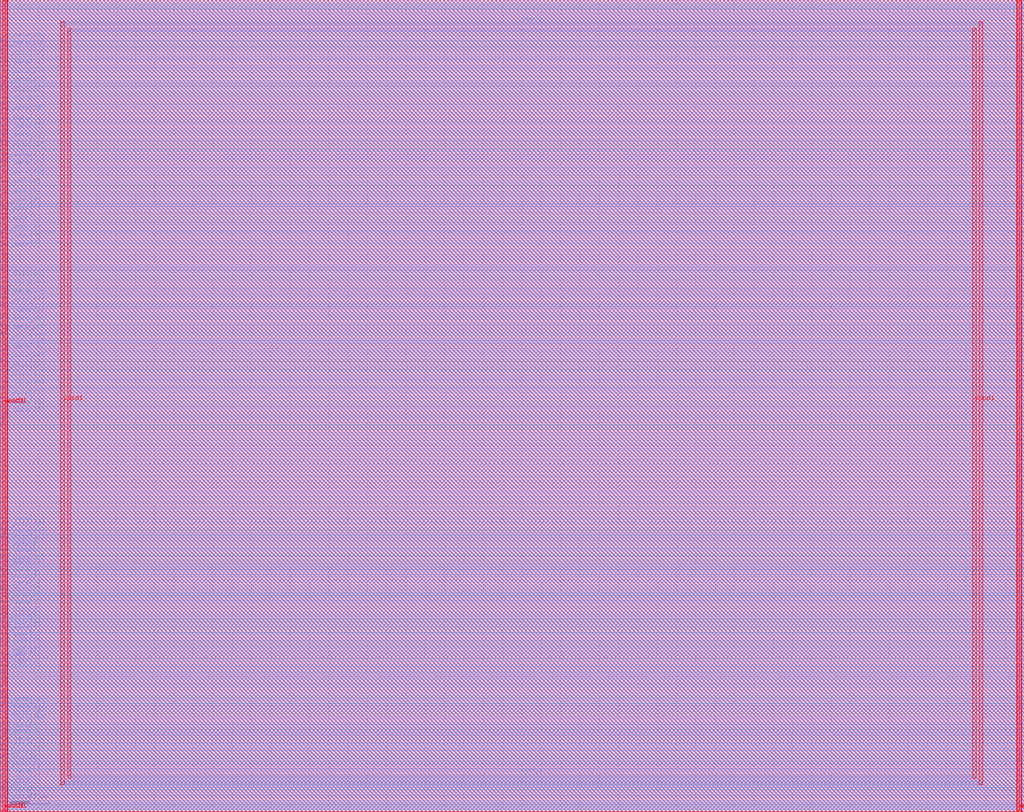
<source format=lef>
##
## LEF for PtnCells ;
## created by Innovus v19.11-s128_1 on Wed Dec  8 10:37:29 2021
##

VERSION 5.7 ;

BUSBITCHARS "[]" ;
DIVIDERCHAR "/" ;

MACRO BlockRAM_1KB
  CLASS BLOCK ;
  SIZE 529.920000 BY 420.240000 ;
  FOREIGN BlockRAM_1KB 0.000000 0.000000 ;
  ORIGIN 0 0 ;
  SYMMETRY X Y R90 ;
  PIN clk
    DIRECTION INPUT ;
    USE SIGNAL ;
    ANTENNADIFFAREA 0.4347 LAYER met3  ;
    ANTENNAPARTIALMETALAREA 0.5773 LAYER met3  ;
    ANTENNAPARTIALMETALSIDEAREA 3.544 LAYER met3  ;
    ANTENNAMODEL OXIDE1 ;
    ANTENNAGATEAREA 5.0457 LAYER met3  ;
    ANTENNAMAXAREACAR 23.1899 LAYER met3  ;
    ANTENNAMAXSIDEAREACAR 107.705 LAYER met3  ;
    ANTENNAPARTIALCUTAREA 0.04 LAYER via3  ;
    ANTENNAMAXCUTCAR 0.488562 LAYER via3  ;
    ANTENNADIFFAREA 0.4347 LAYER met4  ;
    ANTENNAPARTIALMETALAREA 63.7624 LAYER met4  ;
    ANTENNAPARTIALMETALSIDEAREA 341.304 LAYER met4  ;
    ANTENNAGATEAREA 5.8407 LAYER met4  ;
    ANTENNAMAXAREACAR 91.7241 LAYER met4  ;
    ANTENNAMAXSIDEAREACAR 459.439 LAYER met4  ;
    ANTENNAMAXCUTCAR 0.524528 LAYER via4  ;
    PORT
      LAYER met3 ;
        RECT 0.000000 200.280000 0.720000 200.660000 ;
    END
  END clk
  PIN rd_addr[7]
    DIRECTION INPUT ;
    USE SIGNAL ;
    ANTENNADIFFAREA 0.4347 LAYER met3  ;
    ANTENNAPARTIALMETALAREA 20.6467 LAYER met3  ;
    ANTENNAPARTIALMETALSIDEAREA 110.576 LAYER met3  ;
    ANTENNAMODEL OXIDE1 ;
    ANTENNAGATEAREA 0.4347 LAYER met3  ;
    ANTENNAMAXAREACAR 53.7361 LAYER met3  ;
    ANTENNAMAXSIDEAREACAR 267.297 LAYER met3  ;
    ANTENNAPARTIALCUTAREA 0.04 LAYER via3  ;
    ANTENNAMAXCUTCAR 0.302277 LAYER via3  ;
    ANTENNADIFFAREA 0.4347 LAYER met4  ;
    ANTENNAPARTIALMETALAREA 0.6602 LAYER met4  ;
    ANTENNAPARTIALMETALSIDEAREA 3.672 LAYER met4  ;
    ANTENNAGATEAREA 0.4347 LAYER met4  ;
    ANTENNAMAXAREACAR 55.2549 LAYER met4  ;
    ANTENNAMAXSIDEAREACAR 275.744 LAYER met4  ;
    ANTENNAMAXCUTCAR 0.302277 LAYER via4  ;
    PORT
      LAYER met3 ;
        RECT 0.000000 85.600000 0.720000 85.980000 ;
    END
  END rd_addr[7]
  PIN rd_addr[6]
    DIRECTION INPUT ;
    USE SIGNAL ;
    ANTENNAPARTIALCUTAREA 0.04 LAYER via3  ;
    ANTENNADIFFAREA 0.4347 LAYER met4  ;
    ANTENNAPARTIALMETALAREA 17.3135 LAYER met4  ;
    ANTENNAPARTIALMETALSIDEAREA 93.896 LAYER met4  ;
    ANTENNAMODEL OXIDE1 ;
    ANTENNAGATEAREA 0.4347 LAYER met4  ;
    ANTENNAMAXAREACAR 46.7582 LAYER met4  ;
    ANTENNAMAXSIDEAREACAR 233.6 LAYER met4  ;
    ANTENNAMAXCUTCAR 0.302277 LAYER via4  ;
    PORT
      LAYER met3 ;
        RECT 0.000000 88.650000 0.720000 89.030000 ;
    END
  END rd_addr[6]
  PIN rd_addr[5]
    DIRECTION INPUT ;
    USE SIGNAL ;
    ANTENNADIFFAREA 0.4347 LAYER met3  ;
    ANTENNAPARTIALMETALAREA 9.7324 LAYER met3  ;
    ANTENNAPARTIALMETALSIDEAREA 52.368 LAYER met3  ;
    ANTENNAMODEL OXIDE1 ;
    ANTENNAGATEAREA 0.4347 LAYER met3  ;
    ANTENNAMAXAREACAR 71.8979 LAYER met3  ;
    ANTENNAMAXSIDEAREACAR 349.013 LAYER met3  ;
    ANTENNAPARTIALCUTAREA 0.04 LAYER via3  ;
    ANTENNAMAXCUTCAR 0.394295 LAYER via3  ;
    ANTENNADIFFAREA 0.4347 LAYER met4  ;
    ANTENNAPARTIALMETALAREA 2.8562 LAYER met4  ;
    ANTENNAPARTIALMETALSIDEAREA 15.384 LAYER met4  ;
    ANTENNAGATEAREA 0.4347 LAYER met4  ;
    ANTENNAMAXAREACAR 78.4684 LAYER met4  ;
    ANTENNAMAXSIDEAREACAR 384.403 LAYER met4  ;
    ANTENNAMAXCUTCAR 0.394295 LAYER via4  ;
    PORT
      LAYER met3 ;
        RECT 0.000000 92.310000 0.720000 92.690000 ;
    END
  END rd_addr[5]
  PIN rd_addr[4]
    DIRECTION INPUT ;
    USE SIGNAL ;
    ANTENNADIFFAREA 0.4347 LAYER met3  ;
    ANTENNAPARTIALMETALAREA 12.1324 LAYER met3  ;
    ANTENNAPARTIALMETALSIDEAREA 65.168 LAYER met3  ;
    ANTENNAMODEL OXIDE1 ;
    ANTENNAGATEAREA 0.4347 LAYER met3  ;
    ANTENNAMAXAREACAR 84.608 LAYER met3  ;
    ANTENNAMAXSIDEAREACAR 407.167 LAYER met3  ;
    ANTENNAPARTIALCUTAREA 0.04 LAYER via3  ;
    ANTENNAMAXCUTCAR 0.394295 LAYER via3  ;
    ANTENNADIFFAREA 0.4347 LAYER met4  ;
    ANTENNAPARTIALMETALAREA 2.5562 LAYER met4  ;
    ANTENNAPARTIALMETALSIDEAREA 13.784 LAYER met4  ;
    ANTENNAGATEAREA 0.4347 LAYER met4  ;
    ANTENNAMAXAREACAR 90.4884 LAYER met4  ;
    ANTENNAMAXSIDEAREACAR 438.876 LAYER met4  ;
    ANTENNAMAXCUTCAR 0.394295 LAYER via4  ;
    PORT
      LAYER met3 ;
        RECT 0.000000 95.360000 0.720000 95.740000 ;
    END
  END rd_addr[4]
  PIN rd_addr[3]
    DIRECTION INPUT ;
    USE SIGNAL ;
    ANTENNADIFFAREA 0.4347 LAYER met3  ;
    ANTENNAPARTIALMETALAREA 2.4464 LAYER met3  ;
    ANTENNAPARTIALMETALSIDEAREA 13.664 LAYER met3  ;
    ANTENNAMODEL OXIDE1 ;
    ANTENNAGATEAREA 0.4347 LAYER met3  ;
    ANTENNAMAXAREACAR 22.6655 LAYER met3  ;
    ANTENNAMAXSIDEAREACAR 98.1493 LAYER met3  ;
    ANTENNAMAXCUTCAR 0.302277 LAYER via3  ;
    PORT
      LAYER met3 ;
        RECT 0.000000 72.180000 0.720000 72.560000 ;
    END
  END rd_addr[3]
  PIN rd_addr[2]
    DIRECTION INPUT ;
    USE SIGNAL ;
    ANTENNADIFFAREA 0.4347 LAYER met3  ;
    ANTENNAPARTIALMETALAREA 75.3944 LAYER met3  ;
    ANTENNAPARTIALMETALSIDEAREA 402.72 LAYER met3  ;
    ANTENNAMODEL OXIDE1 ;
    ANTENNAGATEAREA 0.4347 LAYER met3  ;
    ANTENNAMAXAREACAR 202.329 LAYER met3  ;
    ANTENNAMAXSIDEAREACAR 1052.06 LAYER met3  ;
    ANTENNAMAXCUTCAR 0.354037 LAYER via3  ;
    PORT
      LAYER met3 ;
        RECT 0.000000 75.230000 0.720000 75.610000 ;
    END
  END rd_addr[2]
  PIN rd_addr[1]
    DIRECTION INPUT ;
    USE SIGNAL ;
    ANTENNAPARTIALMETALAREA 7.2994 LAYER met3  ;
    ANTENNAPARTIALMETALSIDEAREA 39.392 LAYER met3  ;
    ANTENNAPARTIALCUTAREA 0.04 LAYER via3  ;
    ANTENNADIFFAREA 0.4347 LAYER met4  ;
    ANTENNAPARTIALMETALAREA 38.4444 LAYER met4  ;
    ANTENNAPARTIALMETALSIDEAREA 206.448 LAYER met4  ;
    ANTENNAMODEL OXIDE1 ;
    ANTENNAGATEAREA 0.4347 LAYER met4  ;
    ANTENNAMAXAREACAR 100.607 LAYER met4  ;
    ANTENNAMAXSIDEAREACAR 520.097 LAYER met4  ;
    ANTENNAMAXCUTCAR 0.302277 LAYER via4  ;
    PORT
      LAYER met3 ;
        RECT 0.000000 78.890000 0.720000 79.270000 ;
    END
  END rd_addr[1]
  PIN rd_addr[0]
    DIRECTION INPUT ;
    USE SIGNAL ;
    ANTENNADIFFAREA 0.4347 LAYER met3  ;
    ANTENNAPARTIALMETALAREA 7.1434 LAYER met3  ;
    ANTENNAPARTIALMETALSIDEAREA 38.56 LAYER met3  ;
    ANTENNAMODEL OXIDE1 ;
    ANTENNAGATEAREA 0.4347 LAYER met3  ;
    ANTENNAMAXAREACAR 202.387 LAYER met3  ;
    ANTENNAMAXSIDEAREACAR 991.613 LAYER met3  ;
    ANTENNAPARTIALCUTAREA 0.04 LAYER via3  ;
    ANTENNAMAXCUTCAR 0.512537 LAYER via3  ;
    ANTENNADIFFAREA 0.4347 LAYER met4  ;
    ANTENNAPARTIALMETALAREA 1.8782 LAYER met4  ;
    ANTENNAPARTIALMETALSIDEAREA 10.168 LAYER met4  ;
    ANTENNAGATEAREA 0.4347 LAYER met4  ;
    ANTENNAMAXAREACAR 206.708 LAYER met4  ;
    ANTENNAMAXSIDEAREACAR 1015 LAYER met4  ;
    ANTENNAMAXCUTCAR 0.512537 LAYER via4  ;
    PORT
      LAYER met3 ;
        RECT 0.000000 81.940000 0.720000 82.320000 ;
    END
  END rd_addr[0]
  PIN rd_data[31]
    DIRECTION OUTPUT ;
    USE SIGNAL ;
    ANTENNADIFFAREA 0.429 LAYER met3  ;
    ANTENNAPARTIALMETALAREA 7.7592 LAYER met3  ;
    ANTENNAPARTIALMETALSIDEAREA 41.848 LAYER met3  ;
    PORT
      LAYER met3 ;
        RECT 0.000000 261.890000 0.720000 262.270000 ;
    END
  END rd_data[31]
  PIN rd_data[30]
    DIRECTION OUTPUT ;
    USE SIGNAL ;
    ANTENNAPARTIALMETALAREA 4.6594 LAYER met3  ;
    ANTENNAPARTIALMETALSIDEAREA 25.312 LAYER met3  ;
    ANTENNAPARTIALCUTAREA 0.04 LAYER via3  ;
    ANTENNADIFFAREA 0.429 LAYER met4  ;
    ANTENNAPARTIALMETALAREA 38.2788 LAYER met4  ;
    ANTENNAPARTIALMETALSIDEAREA 204.624 LAYER met4  ;
    PORT
      LAYER met3 ;
        RECT 0.000000 266.770000 0.720000 267.150000 ;
    END
  END rd_data[30]
  PIN rd_data[29]
    DIRECTION OUTPUT ;
    USE SIGNAL ;
    ANTENNADIFFAREA 0.429 LAYER met3  ;
    ANTENNAPARTIALMETALAREA 0.4644 LAYER met3  ;
    ANTENNAPARTIALMETALSIDEAREA 2.472 LAYER met3  ;
    PORT
      LAYER met3 ;
        RECT 0.000000 271.040000 0.720000 271.420000 ;
    END
  END rd_data[29]
  PIN rd_data[28]
    DIRECTION OUTPUT ;
    USE SIGNAL ;
    ANTENNAPARTIALCUTAREA 0.04 LAYER via3  ;
    ANTENNADIFFAREA 0.429 LAYER met4  ;
    ANTENNAPARTIALMETALAREA 5.4258 LAYER met4  ;
    ANTENNAPARTIALMETALSIDEAREA 29.408 LAYER met4  ;
    PORT
      LAYER met3 ;
        RECT 0.000000 275.920000 0.720000 276.300000 ;
    END
  END rd_data[28]
  PIN rd_data[27]
    DIRECTION OUTPUT ;
    USE SIGNAL ;
    ANTENNAPARTIALMETALAREA 6.7294 LAYER met3  ;
    ANTENNAPARTIALMETALSIDEAREA 36.352 LAYER met3  ;
    ANTENNAPARTIALCUTAREA 0.04 LAYER via3  ;
    ANTENNADIFFAREA 0.429 LAYER met4  ;
    ANTENNAPARTIALMETALAREA 61.9464 LAYER met4  ;
    ANTENNAPARTIALMETALSIDEAREA 331.792 LAYER met4  ;
    PORT
      LAYER met3 ;
        RECT 0.000000 242.980000 0.720000 243.360000 ;
    END
  END rd_data[27]
  PIN rd_data[26]
    DIRECTION OUTPUT ;
    USE SIGNAL ;
    ANTENNADIFFAREA 0.429 LAYER met3  ;
    ANTENNAPARTIALMETALAREA 5.2272 LAYER met3  ;
    ANTENNAPARTIALMETALSIDEAREA 28.344 LAYER met3  ;
    PORT
      LAYER met3 ;
        RECT 0.000000 247.860000 0.720000 248.240000 ;
    END
  END rd_data[26]
  PIN rd_data[25]
    DIRECTION OUTPUT ;
    USE SIGNAL ;
    ANTENNADIFFAREA 0.429 LAYER met3  ;
    ANTENNAPARTIALMETALAREA 2.4144 LAYER met3  ;
    ANTENNAPARTIALMETALSIDEAREA 12.872 LAYER met3  ;
    PORT
      LAYER met3 ;
        RECT 0.000000 252.130000 0.720000 252.510000 ;
    END
  END rd_data[25]
  PIN rd_data[24]
    DIRECTION OUTPUT ;
    USE SIGNAL ;
    ANTENNADIFFAREA 0.429 LAYER met3  ;
    ANTENNAPARTIALMETALAREA 1.1244 LAYER met3  ;
    ANTENNAPARTIALMETALSIDEAREA 5.992 LAYER met3  ;
    PORT
      LAYER met3 ;
        RECT 0.000000 257.010000 0.720000 257.390000 ;
    END
  END rd_data[24]
  PIN rd_data[23]
    DIRECTION OUTPUT ;
    USE SIGNAL ;
    ANTENNADIFFAREA 0.429 LAYER met3  ;
    ANTENNAPARTIALMETALAREA 0.3264 LAYER met3  ;
    ANTENNAPARTIALMETALSIDEAREA 1.736 LAYER met3  ;
    PORT
      LAYER met3 ;
        RECT 0.000000 224.070000 0.720000 224.450000 ;
    END
  END rd_data[23]
  PIN rd_data[22]
    DIRECTION OUTPUT ;
    USE SIGNAL ;
    ANTENNAPARTIALCUTAREA 0.04 LAYER via3  ;
    ANTENNADIFFAREA 0.429 LAYER met4  ;
    ANTENNAPARTIALMETALAREA 5.4258 LAYER met4  ;
    ANTENNAPARTIALMETALSIDEAREA 29.408 LAYER met4  ;
    PORT
      LAYER met3 ;
        RECT 0.000000 228.340000 0.720000 228.720000 ;
    END
  END rd_data[22]
  PIN rd_data[21]
    DIRECTION OUTPUT ;
    USE SIGNAL ;
    ANTENNADIFFAREA 0.429 LAYER met3  ;
    ANTENNAPARTIALMETALAREA 0.4644 LAYER met3  ;
    ANTENNAPARTIALMETALSIDEAREA 2.472 LAYER met3  ;
    PORT
      LAYER met3 ;
        RECT 0.000000 233.220000 0.720000 233.600000 ;
    END
  END rd_data[21]
  PIN rd_data[20]
    DIRECTION OUTPUT ;
    USE SIGNAL ;
    ANTENNADIFFAREA 0.429 LAYER met3  ;
    ANTENNAPARTIALMETALAREA 0.6024 LAYER met3  ;
    ANTENNAPARTIALMETALSIDEAREA 3.208 LAYER met3  ;
    PORT
      LAYER met3 ;
        RECT 0.000000 238.100000 0.720000 238.480000 ;
    END
  END rd_data[20]
  PIN rd_data[19]
    DIRECTION OUTPUT ;
    USE SIGNAL ;
    ANTENNAPARTIALMETALAREA 1.5544 LAYER met3  ;
    ANTENNAPARTIALMETALSIDEAREA 8.752 LAYER met3  ;
    ANTENNAPARTIALCUTAREA 0.04 LAYER via3  ;
    ANTENNADIFFAREA 0.429 LAYER met4  ;
    ANTENNAPARTIALMETALAREA 5.2428 LAYER met4  ;
    ANTENNAPARTIALMETALSIDEAREA 28.432 LAYER met4  ;
    PORT
      LAYER met3 ;
        RECT 0.000000 205.160000 0.720000 205.540000 ;
    END
  END rd_data[19]
  PIN rd_data[18]
    DIRECTION OUTPUT ;
    USE SIGNAL ;
    ANTENNADIFFAREA 0.429 LAYER met3  ;
    ANTENNAPARTIALMETALAREA 1.5414 LAYER met3  ;
    ANTENNAPARTIALMETALSIDEAREA 8.216 LAYER met3  ;
    PORT
      LAYER met3 ;
        RECT 0.000000 209.430000 0.720000 209.810000 ;
    END
  END rd_data[18]
  PIN rd_data[17]
    DIRECTION OUTPUT ;
    USE SIGNAL ;
    ANTENNADIFFAREA 0.429 LAYER met3  ;
    ANTENNAPARTIALMETALAREA 0.5754 LAYER met3  ;
    ANTENNAPARTIALMETALSIDEAREA 3.064 LAYER met3  ;
    PORT
      LAYER met3 ;
        RECT 0.000000 214.310000 0.720000 214.690000 ;
    END
  END rd_data[17]
  PIN rd_data[16]
    DIRECTION OUTPUT ;
    USE SIGNAL ;
    ANTENNAPARTIALMETALAREA 3.4546 LAYER met3  ;
    ANTENNAPARTIALMETALSIDEAREA 18.416 LAYER met3  ;
    ANTENNAPARTIALCUTAREA 0.04 LAYER via3  ;
    ANTENNADIFFAREA 0.429 LAYER met4  ;
    ANTENNAPARTIALMETALAREA 47.3568 LAYER met4  ;
    ANTENNAPARTIALMETALSIDEAREA 253.04 LAYER met4  ;
    PORT
      LAYER met3 ;
        RECT 0.000000 219.190000 0.720000 219.570000 ;
    END
  END rd_data[16]
  PIN rd_data[15]
    DIRECTION OUTPUT ;
    USE SIGNAL ;
    ANTENNADIFFAREA 0.429 LAYER met3  ;
    ANTENNAPARTIALMETALAREA 5.5008 LAYER met3  ;
    ANTENNAPARTIALMETALSIDEAREA 29.808 LAYER met3  ;
    PORT
      LAYER met3 ;
        RECT 0.000000 45.340000 0.720000 45.720000 ;
    END
  END rd_data[15]
  PIN rd_data[14]
    DIRECTION OUTPUT ;
    USE SIGNAL ;
    ANTENNADIFFAREA 0.429 LAYER met3  ;
    ANTENNAPARTIALMETALAREA 5.9814 LAYER met3  ;
    ANTENNAPARTIALMETALSIDEAREA 31.896 LAYER met3  ;
    PORT
      LAYER met3 ;
        RECT 0.000000 48.390000 0.720000 48.770000 ;
    END
  END rd_data[14]
  PIN rd_data[13]
    DIRECTION OUTPUT ;
    USE SIGNAL ;
    ANTENNADIFFAREA 0.429 LAYER met3  ;
    ANTENNAPARTIALMETALAREA 4.1904 LAYER met3  ;
    ANTENNAPARTIALMETALSIDEAREA 22.344 LAYER met3  ;
    PORT
      LAYER met3 ;
        RECT 0.000000 52.050000 0.720000 52.430000 ;
    END
  END rd_data[13]
  PIN rd_data[12]
    DIRECTION OUTPUT ;
    USE SIGNAL ;
    ANTENNADIFFAREA 0.429 LAYER met3  ;
    ANTENNAPARTIALMETALAREA 6.1224 LAYER met3  ;
    ANTENNAPARTIALMETALSIDEAREA 32.648 LAYER met3  ;
    PORT
      LAYER met3 ;
        RECT 0.000000 55.100000 0.720000 55.480000 ;
    END
  END rd_data[12]
  PIN rd_data[11]
    DIRECTION OUTPUT ;
    USE SIGNAL ;
    ANTENNAPARTIALMETALAREA 5.5216 LAYER met3  ;
    ANTENNAPARTIALMETALSIDEAREA 29.44 LAYER met3  ;
    ANTENNAPARTIALCUTAREA 0.04 LAYER via3  ;
    ANTENNADIFFAREA 0.429 LAYER met4  ;
    ANTENNAPARTIALMETALAREA 45.8688 LAYER met4  ;
    ANTENNAPARTIALMETALSIDEAREA 245.104 LAYER met4  ;
    PORT
      LAYER met3 ;
        RECT 0.000000 31.920000 0.720000 32.300000 ;
    END
  END rd_data[11]
  PIN rd_data[10]
    DIRECTION OUTPUT ;
    USE SIGNAL ;
    ANTENNAPARTIALMETALAREA 4.9036 LAYER met3  ;
    ANTENNAPARTIALMETALSIDEAREA 26.144 LAYER met3  ;
    ANTENNAPARTIALCUTAREA 0.04 LAYER via3  ;
    ANTENNADIFFAREA 0.429 LAYER met4  ;
    ANTENNAPARTIALMETALAREA 80.1378 LAYER met4  ;
    ANTENNAPARTIALMETALSIDEAREA 427.872 LAYER met4  ;
    PORT
      LAYER met3 ;
        RECT 0.000000 34.970000 0.720000 35.350000 ;
    END
  END rd_data[10]
  PIN rd_data[9]
    DIRECTION OUTPUT ;
    USE SIGNAL ;
    ANTENNAPARTIALCUTAREA 0.04 LAYER via3  ;
    ANTENNADIFFAREA 0.429 LAYER met4  ;
    ANTENNAPARTIALMETALAREA 2.6808 LAYER met4  ;
    ANTENNAPARTIALMETALSIDEAREA 14.768 LAYER met4  ;
    PORT
      LAYER met3 ;
        RECT 0.000000 38.630000 0.720000 39.010000 ;
    END
  END rd_data[9]
  PIN rd_data[8]
    DIRECTION OUTPUT ;
    USE SIGNAL ;
    ANTENNADIFFAREA 0.429 LAYER met3  ;
    ANTENNAPARTIALMETALAREA 0.4644 LAYER met3  ;
    ANTENNAPARTIALMETALSIDEAREA 2.472 LAYER met3  ;
    PORT
      LAYER met3 ;
        RECT 0.000000 41.680000 0.720000 42.060000 ;
    END
  END rd_data[8]
  PIN rd_data[7]
    DIRECTION OUTPUT ;
    USE SIGNAL ;
    ANTENNAPARTIALMETALAREA 2.4436 LAYER met3  ;
    ANTENNAPARTIALMETALSIDEAREA 13.024 LAYER met3  ;
    ANTENNAPARTIALCUTAREA 0.04 LAYER via3  ;
    ANTENNADIFFAREA 0.429 LAYER met4  ;
    ANTENNAPARTIALMETALAREA 6.1578 LAYER met4  ;
    ANTENNAPARTIALMETALSIDEAREA 33.312 LAYER met4  ;
    PORT
      LAYER met3 ;
        RECT 0.000000 18.500000 0.720000 18.880000 ;
    END
  END rd_data[7]
  PIN rd_data[6]
    DIRECTION OUTPUT ;
    USE SIGNAL ;
    ANTENNAPARTIALMETALAREA 1.6186 LAYER met3  ;
    ANTENNAPARTIALMETALSIDEAREA 8.624 LAYER met3  ;
    ANTENNAPARTIALCUTAREA 0.04 LAYER via3  ;
    ANTENNADIFFAREA 0.429 LAYER met4  ;
    ANTENNAPARTIALMETALAREA 64.2966 LAYER met4  ;
    ANTENNAPARTIALMETALSIDEAREA 343.856 LAYER met4  ;
    PORT
      LAYER met3 ;
        RECT 0.000000 21.550000 0.720000 21.930000 ;
    END
  END rd_data[6]
  PIN rd_data[5]
    DIRECTION OUTPUT ;
    USE SIGNAL ;
    ANTENNADIFFAREA 0.429 LAYER met3  ;
    ANTENNAPARTIALMETALAREA 0.6024 LAYER met3  ;
    ANTENNAPARTIALMETALSIDEAREA 3.208 LAYER met3  ;
    PORT
      LAYER met3 ;
        RECT 0.000000 25.210000 0.720000 25.590000 ;
    END
  END rd_data[5]
  PIN rd_data[4]
    DIRECTION OUTPUT ;
    USE SIGNAL ;
    ANTENNAPARTIALMETALAREA 3.8956 LAYER met3  ;
    ANTENNAPARTIALMETALSIDEAREA 20.768 LAYER met3  ;
    ANTENNAPARTIALCUTAREA 0.04 LAYER via3  ;
    ANTENNADIFFAREA 0.429 LAYER met4  ;
    ANTENNAPARTIALMETALAREA 30.2496 LAYER met4  ;
    ANTENNAPARTIALMETALSIDEAREA 162.272 LAYER met4  ;
    PORT
      LAYER met3 ;
        RECT 0.000000 28.260000 0.720000 28.640000 ;
    END
  END rd_data[4]
  PIN rd_data[3]
    DIRECTION OUTPUT ;
    USE SIGNAL ;
    ANTENNADIFFAREA 0.429 LAYER met3  ;
    ANTENNAPARTIALMETALAREA 0.4644 LAYER met3  ;
    ANTENNAPARTIALMETALSIDEAREA 2.472 LAYER met3  ;
    PORT
      LAYER met3 ;
        RECT 0.000000 5.080000 0.720000 5.460000 ;
    END
  END rd_data[3]
  PIN rd_data[2]
    DIRECTION OUTPUT ;
    USE SIGNAL ;
    ANTENNAPARTIALMETALAREA 3.8686 LAYER met3  ;
    ANTENNAPARTIALMETALSIDEAREA 20.624 LAYER met3  ;
    ANTENNAPARTIALCUTAREA 0.04 LAYER via3  ;
    ANTENNADIFFAREA 0.429 LAYER met4  ;
    ANTENNAPARTIALMETALAREA 98.5098 LAYER met4  ;
    ANTENNAPARTIALMETALSIDEAREA 525.856 LAYER met4  ;
    PORT
      LAYER met3 ;
        RECT 0.000000 8.130000 0.720000 8.510000 ;
    END
  END rd_data[2]
  PIN rd_data[1]
    DIRECTION OUTPUT ;
    USE SIGNAL ;
    ANTENNAPARTIALMETALAREA 2.4706 LAYER met3  ;
    ANTENNAPARTIALMETALSIDEAREA 13.168 LAYER met3  ;
    ANTENNAPARTIALCUTAREA 0.04 LAYER via3  ;
    ANTENNADIFFAREA 0.429 LAYER met4  ;
    ANTENNAPARTIALMETALAREA 110.111 LAYER met4  ;
    ANTENNAPARTIALMETALSIDEAREA 587.728 LAYER met4  ;
    PORT
      LAYER met3 ;
        RECT 0.000000 11.790000 0.720000 12.170000 ;
    END
  END rd_data[1]
  PIN rd_data[0]
    DIRECTION OUTPUT ;
    USE SIGNAL ;
    ANTENNADIFFAREA 0.429 LAYER met3  ;
    PORT
      LAYER met3 ;
        RECT 0.000000 14.840000 0.720000 15.220000 ;
    END
  END rd_data[0]
  PIN wr_addr[7]
    DIRECTION INPUT ;
    USE SIGNAL ;
    ANTENNADIFFAREA 0.4347 LAYER met3  ;
    ANTENNAPARTIALMETALAREA 9.7256 LAYER met3  ;
    ANTENNAPARTIALMETALSIDEAREA 52.016 LAYER met3  ;
    ANTENNAMODEL OXIDE1 ;
    ANTENNAGATEAREA 0.4347 LAYER met3  ;
    ANTENNAMAXAREACAR 68.2763 LAYER met3  ;
    ANTENNAMAXSIDEAREACAR 330.385 LAYER met3  ;
    ANTENNAMAXCUTCAR 0.302277 LAYER via3  ;
    PORT
      LAYER met3 ;
        RECT 0.000000 309.470000 0.720000 309.850000 ;
    END
  END wr_addr[7]
  PIN wr_addr[6]
    DIRECTION INPUT ;
    USE SIGNAL ;
    ANTENNADIFFAREA 0.4347 LAYER met3  ;
    ANTENNAPARTIALMETALAREA 7.2056 LAYER met3  ;
    ANTENNAPARTIALMETALSIDEAREA 38.576 LAYER met3  ;
    ANTENNAMODEL OXIDE1 ;
    ANTENNAGATEAREA 0.4347 LAYER met3  ;
    ANTENNAMAXAREACAR 68.3009 LAYER met3  ;
    ANTENNAMAXSIDEAREACAR 328.622 LAYER met3  ;
    ANTENNAMAXCUTCAR 0.354037 LAYER via3  ;
    PORT
      LAYER met3 ;
        RECT 0.000000 313.740000 0.720000 314.120000 ;
    END
  END wr_addr[6]
  PIN wr_addr[5]
    DIRECTION INPUT ;
    USE SIGNAL ;
    ANTENNAPARTIALCUTAREA 0.04 LAYER via3  ;
    ANTENNADIFFAREA 0.4347 LAYER met4  ;
    ANTENNAPARTIALMETALAREA 6.7068 LAYER met4  ;
    ANTENNAPARTIALMETALSIDEAREA 36.24 LAYER met4  ;
    ANTENNAMODEL OXIDE1 ;
    ANTENNAGATEAREA 0.4347 LAYER met4  ;
    ANTENNAMAXAREACAR 81.7088 LAYER met4  ;
    ANTENNAMAXSIDEAREACAR 403.343 LAYER met4  ;
    ANTENNAMAXCUTCAR 0.446055 LAYER via4  ;
    PORT
      LAYER met3 ;
        RECT 0.000000 318.620000 0.720000 319.000000 ;
    END
  END wr_addr[5]
  PIN wr_addr[4]
    DIRECTION INPUT ;
    USE SIGNAL ;
    ANTENNADIFFAREA 0.4347 LAYER met3  ;
    ANTENNAPARTIALMETALAREA 10.7216 LAYER met3  ;
    ANTENNAPARTIALMETALSIDEAREA 57.328 LAYER met3  ;
    ANTENNAMODEL OXIDE1 ;
    ANTENNAGATEAREA 0.4347 LAYER met3  ;
    ANTENNAMAXAREACAR 83.1822 LAYER met3  ;
    ANTENNAMAXSIDEAREACAR 405.407 LAYER met3  ;
    ANTENNAMAXCUTCAR 0.302277 LAYER via3  ;
    PORT
      LAYER met3 ;
        RECT 0.000000 323.500000 0.720000 323.880000 ;
    END
  END wr_addr[4]
  PIN wr_addr[3]
    DIRECTION INPUT ;
    USE SIGNAL ;
    ANTENNADIFFAREA 0.4347 LAYER met3  ;
    ANTENNAPARTIALMETALAREA 10.6496 LAYER met3  ;
    ANTENNAPARTIALMETALSIDEAREA 56.944 LAYER met3  ;
    ANTENNAMODEL OXIDE1 ;
    ANTENNAGATEAREA 0.4347 LAYER met3  ;
    ANTENNAMAXAREACAR 78.7062 LAYER met3  ;
    ANTENNAMAXSIDEAREACAR 383.389 LAYER met3  ;
    ANTENNAMAXCUTCAR 0.302277 LAYER via3  ;
    PORT
      LAYER met3 ;
        RECT 0.000000 290.560000 0.720000 290.940000 ;
    END
  END wr_addr[3]
  PIN wr_addr[2]
    DIRECTION INPUT ;
    USE SIGNAL ;
    ANTENNADIFFAREA 0.4347 LAYER met3  ;
    ANTENNAPARTIALMETALAREA 9.4466 LAYER met3  ;
    ANTENNAPARTIALMETALSIDEAREA 50.528 LAYER met3  ;
    ANTENNAMODEL OXIDE1 ;
    ANTENNAGATEAREA 0.4347 LAYER met3  ;
    ANTENNAMAXAREACAR 73.6959 LAYER met3  ;
    ANTENNAMAXSIDEAREACAR 357.325 LAYER met3  ;
    ANTENNAMAXCUTCAR 0.302277 LAYER via3  ;
    PORT
      LAYER met3 ;
        RECT 0.000000 294.830000 0.720000 295.210000 ;
    END
  END wr_addr[2]
  PIN wr_addr[1]
    DIRECTION INPUT ;
    USE SIGNAL ;
    ANTENNAPARTIALMETALAREA 7.8526 LAYER met3  ;
    ANTENNAPARTIALMETALSIDEAREA 41.872 LAYER met3  ;
    ANTENNAPARTIALCUTAREA 0.04 LAYER via3  ;
    ANTENNADIFFAREA 0.4347 LAYER met4  ;
    ANTENNAPARTIALMETALAREA 48.2076 LAYER met4  ;
    ANTENNAPARTIALMETALSIDEAREA 258.048 LAYER met4  ;
    ANTENNAMODEL OXIDE1 ;
    ANTENNAGATEAREA 0.4347 LAYER met4  ;
    ANTENNAMAXAREACAR 127.177 LAYER met4  ;
    ANTENNAMAXSIDEAREACAR 658.045 LAYER met4  ;
    ANTENNAMAXCUTCAR 0.302277 LAYER via4  ;
    PORT
      LAYER met3 ;
        RECT 0.000000 299.710000 0.720000 300.090000 ;
    END
  END wr_addr[1]
  PIN wr_addr[0]
    DIRECTION INPUT ;
    USE SIGNAL ;
    ANTENNAPARTIALMETALAREA 8.6326 LAYER met3  ;
    ANTENNAPARTIALMETALSIDEAREA 46.032 LAYER met3  ;
    ANTENNAPARTIALCUTAREA 0.04 LAYER via3  ;
    ANTENNADIFFAREA 0.4347 LAYER met4  ;
    ANTENNAPARTIALMETALAREA 88.616 LAYER met4  ;
    ANTENNAPARTIALMETALSIDEAREA 473.24 LAYER met4  ;
    ANTENNAMODEL OXIDE1 ;
    ANTENNAGATEAREA 0.4347 LAYER met4  ;
    ANTENNAMAXAREACAR 225.896 LAYER met4  ;
    ANTENNAMAXSIDEAREACAR 1185.46 LAYER met4  ;
    ANTENNAMAXCUTCAR 0.486312 LAYER via4  ;
    PORT
      LAYER met3 ;
        RECT 0.000000 304.590000 0.720000 304.970000 ;
    END
  END wr_addr[0]
  PIN wr_data[31]
    DIRECTION INPUT ;
    USE SIGNAL ;
    ANTENNADIFFAREA 0.4347 LAYER met3  ;
    ANTENNAPARTIALMETALAREA 7.6182 LAYER met3  ;
    ANTENNAPARTIALMETALSIDEAREA 41.096 LAYER met3  ;
    ANTENNAMODEL OXIDE1 ;
    ANTENNAGATEAREA 0.5607 LAYER met3  ;
    ANTENNAMAXAREACAR 38.9834 LAYER met3  ;
    ANTENNAMAXSIDEAREACAR 182.116 LAYER met3  ;
    ANTENNAMAXCUTCAR 0.479276 LAYER via3  ;
    PORT
      LAYER met3 ;
        RECT 0.000000 385.110000 0.720000 385.490000 ;
    END
  END wr_data[31]
  PIN wr_data[30]
    DIRECTION INPUT ;
    USE SIGNAL ;
    ANTENNAPARTIALMETALAREA 5.5756 LAYER met3  ;
    ANTENNAPARTIALMETALSIDEAREA 29.728 LAYER met3  ;
    ANTENNAPARTIALCUTAREA 0.04 LAYER via3  ;
    ANTENNADIFFAREA 0.4347 LAYER met4  ;
    ANTENNAPARTIALMETALAREA 121.69 LAYER met4  ;
    ANTENNAPARTIALMETALSIDEAREA 649.952 LAYER met4  ;
    ANTENNAMODEL OXIDE1 ;
    ANTENNAGATEAREA 0.5607 LAYER met4  ;
    ANTENNAMAXAREACAR 358.118 LAYER met4  ;
    ANTENNAMAXSIDEAREACAR 1849.15 LAYER met4  ;
    ANTENNAMAXCUTCAR 0.550615 LAYER via4  ;
    PORT
      LAYER met3 ;
        RECT 0.000000 389.990000 0.720000 390.370000 ;
    END
  END wr_data[30]
  PIN wr_data[29]
    DIRECTION INPUT ;
    USE SIGNAL ;
    ANTENNAPARTIALMETALAREA 5.9896 LAYER met3  ;
    ANTENNAPARTIALMETALSIDEAREA 31.936 LAYER met3  ;
    ANTENNAPARTIALCUTAREA 0.04 LAYER via3  ;
    ANTENNADIFFAREA 0.4347 LAYER met4  ;
    ANTENNAPARTIALMETALAREA 77.1858 LAYER met4  ;
    ANTENNAPARTIALMETALSIDEAREA 412.128 LAYER met4  ;
    ANTENNAMODEL OXIDE1 ;
    ANTENNAGATEAREA 0.5607 LAYER met4  ;
    ANTENNAMAXAREACAR 194.962 LAYER met4  ;
    ANTENNAMAXSIDEAREACAR 1005.38 LAYER met4  ;
    ANTENNAMAXCUTCAR 0.729187 LAYER via4  ;
    PORT
      LAYER met3 ;
        RECT 0.000000 394.870000 0.720000 395.250000 ;
    END
  END wr_data[29]
  PIN wr_data[28]
    DIRECTION INPUT ;
    USE SIGNAL ;
    ANTENNAPARTIALCUTAREA 0.04 LAYER via3  ;
    ANTENNADIFFAREA 0.4347 LAYER met4  ;
    ANTENNAPARTIALMETALAREA 117.016 LAYER met4  ;
    ANTENNAPARTIALMETALSIDEAREA 625.024 LAYER met4  ;
    ANTENNAMODEL OXIDE1 ;
    ANTENNAGATEAREA 0.5607 LAYER met4  ;
    ANTENNAMAXAREACAR 289.847 LAYER met4  ;
    ANTENNAMAXSIDEAREACAR 1522 LAYER met4  ;
    ANTENNAMAXCUTCAR 0.729187 LAYER via4  ;
    PORT
      LAYER met3 ;
        RECT 0.000000 399.140000 0.720000 399.520000 ;
    END
  END wr_data[28]
  PIN wr_data[27]
    DIRECTION INPUT ;
    USE SIGNAL ;
    ANTENNADIFFAREA 0.4347 LAYER met3  ;
    ANTENNAMODEL OXIDE1 ;
    ANTENNAGATEAREA 0.5607 LAYER met3  ;
    ANTENNAMAXAREACAR 116.72 LAYER met3  ;
    ANTENNAMAXSIDEAREACAR 564.903 LAYER met3  ;
    ANTENNAMAXCUTCAR 0.479276 LAYER via3  ;
    PORT
      LAYER met3 ;
        RECT 0.000000 366.200000 0.720000 366.580000 ;
    END
  END wr_data[27]
  PIN wr_data[26]
    DIRECTION INPUT ;
    USE SIGNAL ;
    ANTENNADIFFAREA 0.4347 LAYER met3  ;
    ANTENNAPARTIALMETALAREA 7.8204 LAYER met3  ;
    ANTENNAPARTIALMETALSIDEAREA 41.704 LAYER met3  ;
    ANTENNAMODEL OXIDE1 ;
    ANTENNAGATEAREA 0.5607 LAYER met3  ;
    ANTENNAMAXAREACAR 117.86 LAYER met3  ;
    ANTENNAMAXSIDEAREACAR 575.453 LAYER met3  ;
    ANTENNAMAXCUTCAR 0.479276 LAYER via3  ;
    PORT
      LAYER met3 ;
        RECT 0.000000 371.080000 0.720000 371.460000 ;
    END
  END wr_data[26]
  PIN wr_data[25]
    DIRECTION INPUT ;
    USE SIGNAL ;
    ANTENNAPARTIALMETALAREA 5.1616 LAYER met3  ;
    ANTENNAPARTIALMETALSIDEAREA 27.52 LAYER met3  ;
    ANTENNAPARTIALCUTAREA 0.04 LAYER via3  ;
    ANTENNADIFFAREA 0.4347 LAYER met4  ;
    ANTENNAPARTIALMETALAREA 56.8488 LAYER met4  ;
    ANTENNAPARTIALMETALSIDEAREA 303.664 LAYER met4  ;
    ANTENNAMODEL OXIDE1 ;
    ANTENNAGATEAREA 0.6867 LAYER met4  ;
    ANTENNAMAXAREACAR 117.465 LAYER met4  ;
    ANTENNAMAXSIDEAREACAR 606.867 LAYER met4  ;
    ANTENNAMAXCUTCAR 0.703007 LAYER via4  ;
    PORT
      LAYER met3 ;
        RECT 0.000000 375.960000 0.720000 376.340000 ;
    END
  END wr_data[25]
  PIN wr_data[24]
    DIRECTION INPUT ;
    USE SIGNAL ;
    ANTENNAPARTIALMETALAREA 3.8716 LAYER met3  ;
    ANTENNAPARTIALMETALSIDEAREA 20.64 LAYER met3  ;
    ANTENNAPARTIALCUTAREA 0.04 LAYER via3  ;
    ANTENNADIFFAREA 0.4347 LAYER met4  ;
    ANTENNAPARTIALMETALAREA 61.1298 LAYER met4  ;
    ANTENNAPARTIALMETALSIDEAREA 326.496 LAYER met4  ;
    ANTENNAMODEL OXIDE1 ;
    ANTENNAGATEAREA 0.6867 LAYER met4  ;
    ANTENNAMAXAREACAR 129.839 LAYER met4  ;
    ANTENNAMAXSIDEAREACAR 662.138 LAYER met4  ;
    ANTENNAMAXCUTCAR 0.524436 LAYER via4  ;
    PORT
      LAYER met3 ;
        RECT 0.000000 380.230000 0.720000 380.610000 ;
    END
  END wr_data[24]
  PIN wr_data[23]
    DIRECTION INPUT ;
    USE SIGNAL ;
    ANTENNAPARTIALMETALAREA 1.4116 LAYER met3  ;
    ANTENNAPARTIALMETALSIDEAREA 7.52 LAYER met3  ;
    ANTENNAPARTIALCUTAREA 0.04 LAYER via3  ;
    ANTENNADIFFAREA 0.4347 LAYER met4  ;
    ANTENNAPARTIALMETALAREA 40.6578 LAYER met4  ;
    ANTENNAPARTIALMETALSIDEAREA 217.312 LAYER met4  ;
    ANTENNAMODEL OXIDE1 ;
    ANTENNAGATEAREA 0.5607 LAYER met4  ;
    ANTENNAMAXAREACAR 123.373 LAYER met4  ;
    ANTENNAMAXSIDEAREACAR 626.609 LAYER met4  ;
    ANTENNAMAXCUTCAR 0.412172 LAYER via4  ;
    PORT
      LAYER met3 ;
        RECT 0.000000 347.290000 0.720000 347.670000 ;
    END
  END wr_data[23]
  PIN wr_data[22]
    DIRECTION INPUT ;
    USE SIGNAL ;
    ANTENNAPARTIALMETALAREA 6.8176 LAYER met3  ;
    ANTENNAPARTIALMETALSIDEAREA 36.352 LAYER met3  ;
    ANTENNAPARTIALCUTAREA 0.04 LAYER via3  ;
    ANTENNADIFFAREA 0.4347 LAYER met4  ;
    ANTENNAPARTIALMETALAREA 91.6428 LAYER met4  ;
    ANTENNAPARTIALMETALSIDEAREA 489.232 LAYER met4  ;
    ANTENNAMODEL OXIDE1 ;
    ANTENNAGATEAREA 0.5607 LAYER met4  ;
    ANTENNAMAXAREACAR 185.892 LAYER met4  ;
    ANTENNAMAXSIDEAREACAR 970.282 LAYER met4  ;
    ANTENNAMAXCUTCAR 0.550615 LAYER via4  ;
    PORT
      LAYER met3 ;
        RECT 0.000000 352.170000 0.720000 352.550000 ;
    END
  END wr_data[22]
  PIN wr_data[21]
    DIRECTION INPUT ;
    USE SIGNAL ;
    ANTENNAPARTIALCUTAREA 0.04 LAYER via3  ;
    ANTENNADIFFAREA 0.4347 LAYER met4  ;
    ANTENNAPARTIALMETALAREA 94.8726 LAYER met4  ;
    ANTENNAPARTIALMETALSIDEAREA 506.928 LAYER met4  ;
    ANTENNAMODEL OXIDE1 ;
    ANTENNAGATEAREA 0.5607 LAYER met4  ;
    ANTENNAMAXAREACAR 179.558 LAYER met4  ;
    ANTENNAMAXSIDEAREACAR 938.323 LAYER met4  ;
    ANTENNAMAXCUTCAR 0.550615 LAYER via4  ;
    PORT
      LAYER met3 ;
        RECT 0.000000 356.440000 0.720000 356.820000 ;
    END
  END wr_data[21]
  PIN wr_data[20]
    DIRECTION INPUT ;
    USE SIGNAL ;
    ANTENNAPARTIALMETALAREA 8.0326 LAYER met3  ;
    ANTENNAPARTIALMETALSIDEAREA 42.832 LAYER met3  ;
    ANTENNAPARTIALCUTAREA 0.04 LAYER via3  ;
    ANTENNADIFFAREA 0.4347 LAYER met4  ;
    ANTENNAPARTIALMETALAREA 92.9958 LAYER met4  ;
    ANTENNAPARTIALMETALSIDEAREA 496.448 LAYER met4  ;
    ANTENNAMODEL OXIDE1 ;
    ANTENNAGATEAREA 1.0557 LAYER met4  ;
    ANTENNAMAXAREACAR 101.361 LAYER met4  ;
    ANTENNAMAXSIDEAREACAR 520.694 LAYER met4  ;
    ANTENNAMAXCUTCAR 0.483716 LAYER via4  ;
    PORT
      LAYER met3 ;
        RECT 0.000000 361.320000 0.720000 361.700000 ;
    END
  END wr_data[20]
  PIN wr_data[19]
    DIRECTION INPUT ;
    USE SIGNAL ;
    ANTENNADIFFAREA 0.4347 LAYER met3  ;
    ANTENNAPARTIALMETALAREA 6.3042 LAYER met3  ;
    ANTENNAPARTIALMETALSIDEAREA 34.088 LAYER met3  ;
    ANTENNAMODEL OXIDE1 ;
    ANTENNAGATEAREA 0.5607 LAYER met3  ;
    ANTENNAMAXAREACAR 23.562 LAYER met3  ;
    ANTENNAMAXSIDEAREACAR 104.113 LAYER met3  ;
    ANTENNAMAXCUTCAR 0.479276 LAYER via3  ;
    PORT
      LAYER met3 ;
        RECT 0.000000 328.380000 0.720000 328.760000 ;
    END
  END wr_data[19]
  PIN wr_data[18]
    DIRECTION INPUT ;
    USE SIGNAL ;
    ANTENNAPARTIALMETALAREA 6.9286 LAYER met3  ;
    ANTENNAPARTIALMETALSIDEAREA 36.944 LAYER met3  ;
    ANTENNAPARTIALCUTAREA 0.04 LAYER via3  ;
    ANTENNADIFFAREA 0.4347 LAYER met4  ;
    ANTENNAPARTIALMETALAREA 83.0418 LAYER met4  ;
    ANTENNAPARTIALMETALSIDEAREA 443.36 LAYER met4  ;
    ANTENNAMODEL OXIDE1 ;
    ANTENNAGATEAREA 0.5607 LAYER met4  ;
    ANTENNAMAXAREACAR 180.369 LAYER met4  ;
    ANTENNAMAXSIDEAREACAR 937.47 LAYER met4  ;
    ANTENNAMAXCUTCAR 0.550615 LAYER via4  ;
    PORT
      LAYER met3 ;
        RECT 0.000000 333.260000 0.720000 333.640000 ;
    END
  END wr_data[18]
  PIN wr_data[17]
    DIRECTION INPUT ;
    USE SIGNAL ;
    ANTENNAPARTIALMETALAREA 1.6426 LAYER met3  ;
    ANTENNAPARTIALMETALSIDEAREA 8.752 LAYER met3  ;
    ANTENNAPARTIALCUTAREA 0.04 LAYER via3  ;
    ANTENNADIFFAREA 0.4347 LAYER met4  ;
    ANTENNAPARTIALMETALAREA 46.8558 LAYER met4  ;
    ANTENNAPARTIALMETALSIDEAREA 250.368 LAYER met4  ;
    ANTENNAMODEL OXIDE1 ;
    ANTENNAGATEAREA 2.1717 LAYER met4  ;
    ANTENNAMAXAREACAR 37.2516 LAYER met4  ;
    ANTENNAMAXSIDEAREACAR 176.274 LAYER met4  ;
    ANTENNAMAXCUTCAR 0.444774 LAYER via4  ;
    PORT
      LAYER met3 ;
        RECT 0.000000 337.530000 0.720000 337.910000 ;
    END
  END wr_data[17]
  PIN wr_data[16]
    DIRECTION INPUT ;
    USE SIGNAL ;
    ANTENNAPARTIALMETALAREA 4.2856 LAYER met3  ;
    ANTENNAPARTIALMETALSIDEAREA 22.848 LAYER met3  ;
    ANTENNAPARTIALCUTAREA 0.04 LAYER via3  ;
    ANTENNADIFFAREA 0.4347 LAYER met4  ;
    ANTENNAPARTIALMETALAREA 71.4888 LAYER met4  ;
    ANTENNAPARTIALMETALSIDEAREA 381.744 LAYER met4  ;
    ANTENNAMODEL OXIDE1 ;
    ANTENNAGATEAREA 1.9287 LAYER met4  ;
    ANTENNAMAXAREACAR 46.6687 LAYER met4  ;
    ANTENNAMAXSIDEAREACAR 229.621 LAYER met4  ;
    ANTENNAMAXCUTCAR 0.449415 LAYER via4  ;
    PORT
      LAYER met3 ;
        RECT 0.000000 342.410000 0.720000 342.790000 ;
    END
  END wr_data[16]
  PIN wr_data[15]
    DIRECTION INPUT ;
    USE SIGNAL ;
    ANTENNADIFFAREA 0.4347 LAYER met3  ;
    ANTENNAPARTIALMETALAREA 5.0184 LAYER met3  ;
    ANTENNAPARTIALMETALSIDEAREA 26.76 LAYER met3  ;
    ANTENNAMODEL OXIDE1 ;
    ANTENNAGATEAREA 0.6867 LAYER met3  ;
    ANTENNAMAXAREACAR 38.9975 LAYER met3  ;
    ANTENNAMAXSIDEAREACAR 178.189 LAYER met3  ;
    ANTENNAMAXCUTCAR 0.874123 LAYER via3  ;
    PORT
      LAYER met3 ;
        RECT 0.000000 139.280000 0.720000 139.660000 ;
    END
  END wr_data[15]
  PIN wr_data[14]
    DIRECTION INPUT ;
    USE SIGNAL ;
    ANTENNADIFFAREA 0.4347 LAYER met3  ;
    ANTENNAPARTIALMETALAREA 1.9344 LAYER met3  ;
    ANTENNAPARTIALMETALSIDEAREA 10.312 LAYER met3  ;
    ANTENNAMODEL OXIDE1 ;
    ANTENNAGATEAREA 0.6867 LAYER met3  ;
    ANTENNAMAXAREACAR 32.617 LAYER met3  ;
    ANTENNAMAXSIDEAREACAR 145.819 LAYER met3  ;
    ANTENNAMAXCUTCAR 0.466186 LAYER via3  ;
    PORT
      LAYER met3 ;
        RECT 0.000000 142.330000 0.720000 142.710000 ;
    END
  END wr_data[14]
  PIN wr_data[13]
    DIRECTION INPUT ;
    USE SIGNAL ;
    ANTENNAPARTIALMETALAREA 1.8256 LAYER met3  ;
    ANTENNAPARTIALMETALSIDEAREA 9.728 LAYER met3  ;
    ANTENNAPARTIALCUTAREA 0.04 LAYER via3  ;
    ANTENNADIFFAREA 0.4347 LAYER met4  ;
    ANTENNAPARTIALMETALAREA 19.4766 LAYER met4  ;
    ANTENNAPARTIALMETALSIDEAREA 104.816 LAYER met4  ;
    ANTENNAMODEL OXIDE1 ;
    ANTENNAGATEAREA 0.6867 LAYER met4  ;
    ANTENNAMAXAREACAR 46.3846 LAYER met4  ;
    ANTENNAMAXSIDEAREACAR 225.571 LAYER met4  ;
    ANTENNAMAXCUTCAR 0.524436 LAYER via4  ;
    PORT
      LAYER met3 ;
        RECT 0.000000 145.990000 0.720000 146.370000 ;
    END
  END wr_data[13]
  PIN wr_data[12]
    DIRECTION INPUT ;
    USE SIGNAL ;
    ANTENNADIFFAREA 0.4347 LAYER met3  ;
    ANTENNAPARTIALMETALAREA 4.9914 LAYER met3  ;
    ANTENNAPARTIALMETALSIDEAREA 26.616 LAYER met3  ;
    ANTENNAMODEL OXIDE1 ;
    ANTENNAGATEAREA 0.6867 LAYER met3  ;
    ANTENNAMAXAREACAR 37.2024 LAYER met3  ;
    ANTENNAMAXSIDEAREACAR 170.072 LAYER met3  ;
    ANTENNAMAXCUTCAR 0.466186 LAYER via3  ;
    PORT
      LAYER met3 ;
        RECT 0.000000 149.040000 0.720000 149.420000 ;
    END
  END wr_data[12]
  PIN wr_data[11]
    DIRECTION INPUT ;
    USE SIGNAL ;
    ANTENNADIFFAREA 0.4347 LAYER met3  ;
    ANTENNAPARTIALMETALAREA 1.0164 LAYER met3  ;
    ANTENNAPARTIALMETALSIDEAREA 5.416 LAYER met3  ;
    ANTENNAMODEL OXIDE1 ;
    ANTENNAGATEAREA 0.6867 LAYER met3  ;
    ANTENNAMAXAREACAR 44.7634 LAYER met3  ;
    ANTENNAMAXSIDEAREACAR 73.1134 LAYER met3  ;
    ANTENNAMAXCUTCAR 0.466186 LAYER via3  ;
    PORT
      LAYER met3 ;
        RECT 0.000000 125.860000 0.720000 126.240000 ;
    END
  END wr_data[11]
  PIN wr_data[10]
    DIRECTION INPUT ;
    USE SIGNAL ;
    ANTENNADIFFAREA 0.4347 LAYER met3  ;
    ANTENNAPARTIALMETALAREA 1.1544 LAYER met3  ;
    ANTENNAPARTIALMETALSIDEAREA 6.152 LAYER met3  ;
    ANTENNAMODEL OXIDE1 ;
    ANTENNAGATEAREA 0.6867 LAYER met3  ;
    ANTENNAMAXAREACAR 32.2155 LAYER met3  ;
    ANTENNAMAXSIDEAREACAR 143.111 LAYER met3  ;
    ANTENNAMAXCUTCAR 0.644758 LAYER via3  ;
    PORT
      LAYER met3 ;
        RECT 0.000000 128.910000 0.720000 129.290000 ;
    END
  END wr_data[10]
  PIN wr_data[9]
    DIRECTION INPUT ;
    USE SIGNAL ;
    ANTENNADIFFAREA 0.4347 LAYER met3  ;
    ANTENNAPARTIALMETALAREA 2.5074 LAYER met3  ;
    ANTENNAPARTIALMETALSIDEAREA 13.368 LAYER met3  ;
    ANTENNAMODEL OXIDE1 ;
    ANTENNAGATEAREA 0.6867 LAYER met3  ;
    ANTENNAMAXAREACAR 21.6586 LAYER met3  ;
    ANTENNAMAXSIDEAREACAR 91.1618 LAYER met3  ;
    ANTENNAMAXCUTCAR 0.466186 LAYER via3  ;
    PORT
      LAYER met3 ;
        RECT 0.000000 132.570000 0.720000 132.950000 ;
    END
  END wr_data[9]
  PIN wr_data[8]
    DIRECTION INPUT ;
    USE SIGNAL ;
    ANTENNADIFFAREA 0.4347 LAYER met3  ;
    ANTENNAPARTIALMETALAREA 0.3264 LAYER met3  ;
    ANTENNAPARTIALMETALSIDEAREA 1.736 LAYER met3  ;
    ANTENNAMODEL OXIDE1 ;
    ANTENNAGATEAREA 0.6867 LAYER met3  ;
    ANTENNAMAXAREACAR 18.7437 LAYER met3  ;
    ANTENNAMAXSIDEAREACAR 75.0564 LAYER met3  ;
    ANTENNAMAXCUTCAR 0.644758 LAYER via3  ;
    PORT
      LAYER met3 ;
        RECT 0.000000 135.620000 0.720000 136.000000 ;
    END
  END wr_data[8]
  PIN wr_data[7]
    DIRECTION INPUT ;
    USE SIGNAL ;
    ANTENNADIFFAREA 0.4347 LAYER met3  ;
    ANTENNAPARTIALMETALAREA 7.2124 LAYER met3  ;
    ANTENNAPARTIALMETALSIDEAREA 38.928 LAYER met3  ;
    ANTENNAMODEL OXIDE1 ;
    ANTENNAGATEAREA 0.6867 LAYER met3  ;
    ANTENNAMAXAREACAR 42.4091 LAYER met3  ;
    ANTENNAMAXSIDEAREACAR 203.67 LAYER met3  ;
    ANTENNAPARTIALCUTAREA 0.04 LAYER via3  ;
    ANTENNAMAXCUTCAR 0.761257 LAYER via3  ;
    ANTENNADIFFAREA 0.4347 LAYER met4  ;
    ANTENNAPARTIALMETALAREA 15.4028 LAYER met4  ;
    ANTENNAPARTIALMETALSIDEAREA 83.24 LAYER met4  ;
    ANTENNAGATEAREA 0.6867 LAYER met4  ;
    ANTENNAMAXAREACAR 64.8393 LAYER met4  ;
    ANTENNAMAXSIDEAREACAR 324.888 LAYER met4  ;
    ANTENNAMAXCUTCAR 0.761257 LAYER via4  ;
    PORT
      LAYER met3 ;
        RECT 0.000000 112.440000 0.720000 112.820000 ;
    END
  END wr_data[7]
  PIN wr_data[6]
    DIRECTION INPUT ;
    USE SIGNAL ;
    ANTENNADIFFAREA 0.4347 LAYER met3  ;
    ANTENNAPARTIALMETALAREA 49.7614 LAYER met3  ;
    ANTENNAPARTIALMETALSIDEAREA 265.856 LAYER met3  ;
    ANTENNAMODEL OXIDE1 ;
    ANTENNAGATEAREA 0.6867 LAYER met3  ;
    ANTENNAMAXAREACAR 107.699 LAYER met3  ;
    ANTENNAMAXSIDEAREACAR 551.153 LAYER met3  ;
    ANTENNAPARTIALCUTAREA 0.04 LAYER via3  ;
    ANTENNAMAXCUTCAR 0.761257 LAYER via3  ;
    ANTENNADIFFAREA 0.4347 LAYER met4  ;
    ANTENNAPARTIALMETALAREA 2.1812 LAYER met4  ;
    ANTENNAPARTIALMETALSIDEAREA 11.784 LAYER met4  ;
    ANTENNAGATEAREA 0.6867 LAYER met4  ;
    ANTENNAMAXAREACAR 110.876 LAYER met4  ;
    ANTENNAMAXSIDEAREACAR 568.314 LAYER met4  ;
    ANTENNAMAXCUTCAR 0.761257 LAYER via4  ;
    PORT
      LAYER met3 ;
        RECT 0.000000 115.490000 0.720000 115.870000 ;
    END
  END wr_data[6]
  PIN wr_data[5]
    DIRECTION INPUT ;
    USE SIGNAL ;
    ANTENNAPARTIALCUTAREA 0.04 LAYER via3  ;
    ANTENNADIFFAREA 0.4347 LAYER met4  ;
    ANTENNAPARTIALMETALAREA 24.0608 LAYER met4  ;
    ANTENNAPARTIALMETALSIDEAREA 129.416 LAYER met4  ;
    ANTENNAMODEL OXIDE1 ;
    ANTENNAGATEAREA 0.6867 LAYER met4  ;
    ANTENNAMAXAREACAR 110.953 LAYER met4  ;
    ANTENNAMAXSIDEAREACAR 577.983 LAYER met4  ;
    ANTENNAMAXCUTCAR 0.640935 LAYER via4  ;
    PORT
      LAYER met3 ;
        RECT 0.000000 119.150000 0.720000 119.530000 ;
    END
  END wr_data[5]
  PIN wr_data[4]
    DIRECTION INPUT ;
    USE SIGNAL ;
    ANTENNADIFFAREA 0.4347 LAYER met3  ;
    ANTENNAPARTIALMETALAREA 10.7944 LAYER met3  ;
    ANTENNAPARTIALMETALSIDEAREA 58.032 LAYER met3  ;
    ANTENNAMODEL OXIDE1 ;
    ANTENNAGATEAREA 0.6867 LAYER met3  ;
    ANTENNAMAXAREACAR 48.837 LAYER met3  ;
    ANTENNAMAXSIDEAREACAR 231.833 LAYER met3  ;
    ANTENNAPARTIALCUTAREA 0.04 LAYER via3  ;
    ANTENNAMAXCUTCAR 0.582685 LAYER via3  ;
    ANTENNADIFFAREA 0.4347 LAYER met4  ;
    ANTENNAPARTIALMETALAREA 20.834 LAYER met4  ;
    ANTENNAPARTIALMETALSIDEAREA 111.736 LAYER met4  ;
    ANTENNAGATEAREA 0.6867 LAYER met4  ;
    ANTENNAMAXAREACAR 79.1763 LAYER met4  ;
    ANTENNAMAXSIDEAREACAR 394.547 LAYER met4  ;
    ANTENNAMAXCUTCAR 0.582685 LAYER via4  ;
    PORT
      LAYER met3 ;
        RECT 0.000000 122.200000 0.720000 122.580000 ;
    END
  END wr_data[4]
  PIN wr_data[3]
    DIRECTION INPUT ;
    USE SIGNAL ;
    ANTENNADIFFAREA 0.4347 LAYER met3  ;
    ANTENNAPARTIALMETALAREA 5.3512 LAYER met3  ;
    ANTENNAPARTIALMETALSIDEAREA 29.472 LAYER met3  ;
    ANTENNAMODEL OXIDE1 ;
    ANTENNAGATEAREA 0.6867 LAYER met3  ;
    ANTENNAMAXAREACAR 31.5521 LAYER met3  ;
    ANTENNAMAXSIDEAREACAR 142.865 LAYER met3  ;
    ANTENNAPARTIALCUTAREA 0.04 LAYER via3  ;
    ANTENNAMAXCUTCAR 0.582685 LAYER via3  ;
    ANTENNADIFFAREA 0.4347 LAYER met4  ;
    ANTENNAPARTIALMETALAREA 1.5212 LAYER met4  ;
    ANTENNAPARTIALMETALSIDEAREA 8.264 LAYER met4  ;
    ANTENNAGATEAREA 0.6867 LAYER met4  ;
    ANTENNAMAXAREACAR 33.7674 LAYER met4  ;
    ANTENNAMAXSIDEAREACAR 154.899 LAYER met4  ;
    ANTENNAMAXCUTCAR 0.582685 LAYER via4  ;
    PORT
      LAYER met3 ;
        RECT 0.000000 99.020000 0.720000 99.400000 ;
    END
  END wr_data[3]
  PIN wr_data[2]
    DIRECTION INPUT ;
    USE SIGNAL ;
    ANTENNAPARTIALMETALAREA 2.2636 LAYER met3  ;
    ANTENNAPARTIALMETALSIDEAREA 12.064 LAYER met3  ;
    ANTENNAPARTIALCUTAREA 0.04 LAYER via3  ;
    ANTENNADIFFAREA 0.4347 LAYER met4  ;
    ANTENNAPARTIALMETALAREA 18.188 LAYER met4  ;
    ANTENNAPARTIALMETALSIDEAREA 97.624 LAYER met4  ;
    ANTENNAMODEL OXIDE1 ;
    ANTENNAGATEAREA 0.6867 LAYER met4  ;
    ANTENNAMAXAREACAR 51.7395 LAYER met4  ;
    ANTENNAMAXSIDEAREACAR 257.774 LAYER met4  ;
    ANTENNAMAXCUTCAR 0.640935 LAYER via4  ;
    PORT
      LAYER met3 ;
        RECT 0.000000 102.070000 0.720000 102.450000 ;
    END
  END wr_data[2]
  PIN wr_data[1]
    DIRECTION INPUT ;
    USE SIGNAL ;
    ANTENNADIFFAREA 0.4347 LAYER met3  ;
    ANTENNAPARTIALMETALAREA 4.4704 LAYER met3  ;
    ANTENNAPARTIALMETALSIDEAREA 24.304 LAYER met3  ;
    ANTENNAMODEL OXIDE1 ;
    ANTENNAGATEAREA 0.6867 LAYER met3  ;
    ANTENNAMAXAREACAR 39.5339 LAYER met3  ;
    ANTENNAMAXSIDEAREACAR 188.003 LAYER met3  ;
    ANTENNAPARTIALCUTAREA 0.04 LAYER via3  ;
    ANTENNAMAXCUTCAR 0.582685 LAYER via3  ;
    ANTENNADIFFAREA 0.4347 LAYER met4  ;
    ANTENNAPARTIALMETALAREA 1.5752 LAYER met4  ;
    ANTENNAPARTIALMETALSIDEAREA 8.552 LAYER met4  ;
    ANTENNAGATEAREA 0.6867 LAYER met4  ;
    ANTENNAMAXAREACAR 41.8278 LAYER met4  ;
    ANTENNAMAXSIDEAREACAR 200.457 LAYER met4  ;
    ANTENNAMAXCUTCAR 0.582685 LAYER via4  ;
    PORT
      LAYER met3 ;
        RECT 0.000000 105.730000 0.720000 106.110000 ;
    END
  END wr_data[1]
  PIN wr_data[0]
    DIRECTION INPUT ;
    USE SIGNAL ;
    ANTENNAPARTIALMETALAREA 3.0676 LAYER met3  ;
    ANTENNAPARTIALMETALSIDEAREA 16.352 LAYER met3  ;
    ANTENNAPARTIALCUTAREA 0.04 LAYER via3  ;
    ANTENNADIFFAREA 0.4347 LAYER met4  ;
    ANTENNAPARTIALMETALAREA 22.8578 LAYER met4  ;
    ANTENNAPARTIALMETALSIDEAREA 123 LAYER met4  ;
    ANTENNAMODEL OXIDE1 ;
    ANTENNAGATEAREA 0.6867 LAYER met4  ;
    ANTENNAMAXAREACAR 43.7865 LAYER met4  ;
    ANTENNAMAXSIDEAREACAR 218.846 LAYER met4  ;
    ANTENNAMAXCUTCAR 0.640935 LAYER via4  ;
    PORT
      LAYER met3 ;
        RECT 0.000000 108.780000 0.720000 109.160000 ;
    END
  END wr_data[0]
  PIN C0
    DIRECTION INPUT ;
    USE SIGNAL ;
    ANTENNADIFFAREA 0.4347 LAYER met3  ;
    ANTENNAPARTIALMETALAREA 3.0864 LAYER met3  ;
    ANTENNAPARTIALMETALSIDEAREA 16.456 LAYER met3  ;
    ANTENNAMODEL OXIDE1 ;
    ANTENNAGATEAREA 2.0457 LAYER met3  ;
    ANTENNAMAXAREACAR 8.73208 LAYER met3  ;
    ANTENNAMAXSIDEAREACAR 35.5795 LAYER met3  ;
    ANTENNAMAXCUTCAR 0.28515 LAYER via3  ;
    PORT
      LAYER met3 ;
        RECT 0.000000 68.520000 0.720000 68.900000 ;
    END
  END C0
  PIN C1
    DIRECTION INPUT ;
    USE SIGNAL ;
    ANTENNADIFFAREA 0.4347 LAYER met3  ;
    ANTENNAPARTIALMETALAREA 3.0864 LAYER met3  ;
    ANTENNAPARTIALMETALSIDEAREA 16.456 LAYER met3  ;
    ANTENNAMODEL OXIDE1 ;
    ANTENNAGATEAREA 1.6767 LAYER met3  ;
    ANTENNAMAXAREACAR 11.9922 LAYER met3  ;
    ANTENNAMAXSIDEAREACAR 49.7212 LAYER met3  ;
    ANTENNAMAXCUTCAR 0.431793 LAYER via3  ;
    PORT
      LAYER met3 ;
        RECT 0.000000 65.470000 0.720000 65.850000 ;
    END
  END C1
  PIN C2
    DIRECTION INPUT ;
    USE SIGNAL ;
    ANTENNAPARTIALMETALAREA 1.6156 LAYER met3  ;
    ANTENNAPARTIALMETALSIDEAREA 8.608 LAYER met3  ;
    ANTENNAPARTIALCUTAREA 0.04 LAYER via3  ;
    ANTENNADIFFAREA 0.4347 LAYER met4  ;
    ANTENNAPARTIALMETALAREA 9.0858 LAYER met4  ;
    ANTENNAPARTIALMETALSIDEAREA 48.928 LAYER met4  ;
    ANTENNAMODEL OXIDE1 ;
    ANTENNAGATEAREA 1.4247 LAYER met4  ;
    ANTENNAMAXAREACAR 22.2522 LAYER met4  ;
    ANTENNAMAXSIDEAREACAR 99.1785 LAYER met4  ;
    ANTENNAMAXCUTCAR 0.130329 LAYER via4  ;
    PORT
      LAYER met3 ;
        RECT 0.000000 61.810000 0.720000 62.190000 ;
    END
  END C2
  PIN C3
    DIRECTION INPUT ;
    USE SIGNAL ;
    ANTENNAPARTIALMETALAREA 2.1796 LAYER met3  ;
    ANTENNAPARTIALMETALSIDEAREA 11.616 LAYER met3  ;
    ANTENNAPARTIALCUTAREA 0.04 LAYER via3  ;
    ANTENNADIFFAREA 0.4347 LAYER met4  ;
    ANTENNAPARTIALMETALAREA 25.9296 LAYER met4  ;
    ANTENNAPARTIALMETALSIDEAREA 139.232 LAYER met4  ;
    ANTENNAMODEL OXIDE1 ;
    ANTENNAGATEAREA 1.1817 LAYER met4  ;
    ANTENNAMAXAREACAR 29.5126 LAYER met4  ;
    ANTENNAMAXSIDEAREACAR 147.298 LAYER met4  ;
    ANTENNAMAXCUTCAR 0.654207 LAYER via4  ;
    PORT
      LAYER met3 ;
        RECT 0.000000 58.760000 0.720000 59.140000 ;
    END
  END C3
  PIN C4
    DIRECTION INPUT ;
    USE SIGNAL ;
    ANTENNAPARTIALMETALAREA 2.6266 LAYER met3  ;
    ANTENNAPARTIALMETALSIDEAREA 14 LAYER met3  ;
    ANTENNAPARTIALCUTAREA 0.04 LAYER via3  ;
    ANTENNADIFFAREA 0.4347 LAYER met4  ;
    ANTENNAPARTIALMETALAREA 62.5938 LAYER met4  ;
    ANTENNAPARTIALMETALSIDEAREA 334.304 LAYER met4  ;
    ANTENNAMODEL OXIDE1 ;
    ANTENNAGATEAREA 0.9297 LAYER met4  ;
    ANTENNAMAXAREACAR 75.6987 LAYER met4  ;
    ANTENNAMAXSIDEAREACAR 383.989 LAYER met4  ;
    ANTENNAMAXCUTCAR 0.204292 LAYER via4  ;
    PORT
      LAYER met3 ;
        RECT 0.000000 285.680000 0.720000 286.060000 ;
    END
  END C4
  PIN C5
    DIRECTION INPUT ;
    USE SIGNAL ;
    ANTENNADIFFAREA 0.4347 LAYER met3  ;
    ANTENNAPARTIALMETALAREA 13.764 LAYER met3  ;
    ANTENNAPARTIALMETALSIDEAREA 74.344 LAYER met3  ;
    ANTENNAMODEL OXIDE1 ;
    ANTENNAGATEAREA 8.4987 LAYER met3  ;
    ANTENNAMAXAREACAR 15.5497 LAYER met3  ;
    ANTENNAMAXSIDEAREACAR 64.7059 LAYER met3  ;
    ANTENNAMAXCUTCAR 0.308054 LAYER via3  ;
    PORT
      LAYER met3 ;
        RECT 0.000000 280.800000 0.720000 281.180000 ;
    END
  END C5
  PIN vccd1
    DIRECTION INOUT ;
    USE POWER ;
    PORT
      LAYER met3 ;
        RECT 529.120000 415.570000 529.920000 416.370000 ;
    END
    PORT
      LAYER met3 ;
        RECT 529.120000 2.850000 529.920000 3.650000 ;
    END
    PORT
      LAYER met4 ;
        RECT 526.290000 419.440000 527.090000 420.240000 ;
    END
    PORT
      LAYER met4 ;
        RECT 526.290000 0.000000 527.090000 0.800000 ;
    END
    PORT
      LAYER met4 ;
        RECT 2.830000 419.440000 3.630000 420.240000 ;
    END
    PORT
      LAYER met4 ;
        RECT 2.830000 0.000000 3.630000 0.800000 ;
    END

# P/G power stripe data as pin
    PORT
      LAYER met3 ;
        RECT 2.830000 2.850000 529.920000 3.650000 ;
        RECT 2.830000 415.570000 529.920000 416.370000 ;
        RECT 2.830000 10.300000 3.630000 10.780000 ;
        RECT 2.830000 4.860000 3.630000 5.340000 ;
        RECT 2.830000 15.740000 3.630000 16.220000 ;
        RECT 2.830000 21.180000 3.630000 21.660000 ;
        RECT 2.830000 26.620000 3.630000 27.100000 ;
        RECT 2.830000 32.060000 3.630000 32.540000 ;
        RECT 2.830000 37.500000 3.630000 37.980000 ;
        RECT 2.830000 42.940000 3.630000 43.420000 ;
        RECT 2.830000 48.380000 3.630000 48.860000 ;
        RECT 2.830000 53.820000 3.630000 54.300000 ;
        RECT 2.830000 59.260000 3.630000 59.740000 ;
        RECT 2.830000 64.700000 3.630000 65.180000 ;
        RECT 2.830000 70.140000 3.630000 70.620000 ;
        RECT 2.830000 75.580000 3.630000 76.060000 ;
        RECT 2.830000 81.020000 3.630000 81.500000 ;
        RECT 2.830000 86.460000 3.630000 86.940000 ;
        RECT 2.830000 91.900000 3.630000 92.380000 ;
        RECT 2.830000 97.340000 3.630000 97.820000 ;
        RECT 2.830000 102.780000 3.630000 103.260000 ;
        RECT 2.830000 108.220000 3.630000 108.700000 ;
        RECT 2.830000 113.660000 3.630000 114.140000 ;
        RECT 2.830000 119.100000 3.630000 119.580000 ;
        RECT 2.830000 124.540000 3.630000 125.020000 ;
        RECT 2.830000 140.860000 3.630000 141.340000 ;
        RECT 2.830000 135.420000 3.630000 135.900000 ;
        RECT 2.830000 129.980000 3.630000 130.460000 ;
        RECT 2.830000 146.300000 3.630000 146.780000 ;
        RECT 2.830000 151.740000 3.630000 152.220000 ;
        RECT 2.830000 157.180000 3.630000 157.660000 ;
        RECT 2.830000 162.620000 3.630000 163.100000 ;
        RECT 2.830000 168.060000 3.630000 168.540000 ;
        RECT 2.830000 173.500000 3.630000 173.980000 ;
        RECT 2.830000 178.940000 3.630000 179.420000 ;
        RECT 2.830000 184.380000 3.630000 184.860000 ;
        RECT 2.830000 189.820000 3.630000 190.300000 ;
        RECT 2.830000 195.260000 3.630000 195.740000 ;
        RECT 2.830000 200.700000 3.630000 201.180000 ;
        RECT 2.830000 206.140000 3.630000 206.620000 ;
        RECT 526.290000 10.300000 527.090000 10.780000 ;
        RECT 526.290000 4.860000 527.090000 5.340000 ;
        RECT 526.290000 15.740000 527.090000 16.220000 ;
        RECT 526.290000 21.180000 527.090000 21.660000 ;
        RECT 526.290000 26.620000 527.090000 27.100000 ;
        RECT 526.290000 32.060000 527.090000 32.540000 ;
        RECT 526.290000 37.500000 527.090000 37.980000 ;
        RECT 526.290000 42.940000 527.090000 43.420000 ;
        RECT 526.290000 48.380000 527.090000 48.860000 ;
        RECT 526.290000 53.820000 527.090000 54.300000 ;
        RECT 526.290000 59.260000 527.090000 59.740000 ;
        RECT 526.290000 64.700000 527.090000 65.180000 ;
        RECT 526.290000 70.140000 527.090000 70.620000 ;
        RECT 526.290000 75.580000 527.090000 76.060000 ;
        RECT 526.290000 81.020000 527.090000 81.500000 ;
        RECT 526.290000 86.460000 527.090000 86.940000 ;
        RECT 526.290000 91.900000 527.090000 92.380000 ;
        RECT 526.290000 97.340000 527.090000 97.820000 ;
        RECT 526.290000 102.780000 527.090000 103.260000 ;
        RECT 526.290000 108.220000 527.090000 108.700000 ;
        RECT 526.290000 113.660000 527.090000 114.140000 ;
        RECT 526.290000 119.100000 527.090000 119.580000 ;
        RECT 526.290000 124.540000 527.090000 125.020000 ;
        RECT 526.290000 140.860000 527.090000 141.340000 ;
        RECT 526.290000 135.420000 527.090000 135.900000 ;
        RECT 526.290000 129.980000 527.090000 130.460000 ;
        RECT 526.290000 146.300000 527.090000 146.780000 ;
        RECT 526.290000 151.740000 527.090000 152.220000 ;
        RECT 526.290000 157.180000 527.090000 157.660000 ;
        RECT 526.290000 162.620000 527.090000 163.100000 ;
        RECT 526.290000 168.060000 527.090000 168.540000 ;
        RECT 526.290000 173.500000 527.090000 173.980000 ;
        RECT 526.290000 178.940000 527.090000 179.420000 ;
        RECT 526.290000 184.380000 527.090000 184.860000 ;
        RECT 526.290000 189.820000 527.090000 190.300000 ;
        RECT 526.290000 195.260000 527.090000 195.740000 ;
        RECT 526.290000 200.700000 527.090000 201.180000 ;
        RECT 526.290000 206.140000 527.090000 206.620000 ;
        RECT 2.830000 342.140000 3.630000 342.620000 ;
        RECT 2.830000 211.580000 3.630000 212.060000 ;
        RECT 2.830000 217.020000 3.630000 217.500000 ;
        RECT 2.830000 222.460000 3.630000 222.940000 ;
        RECT 2.830000 227.900000 3.630000 228.380000 ;
        RECT 2.830000 233.340000 3.630000 233.820000 ;
        RECT 2.830000 238.780000 3.630000 239.260000 ;
        RECT 2.830000 244.220000 3.630000 244.700000 ;
        RECT 2.830000 249.660000 3.630000 250.140000 ;
        RECT 2.830000 255.100000 3.630000 255.580000 ;
        RECT 2.830000 260.540000 3.630000 261.020000 ;
        RECT 2.830000 265.980000 3.630000 266.460000 ;
        RECT 2.830000 271.420000 3.630000 271.900000 ;
        RECT 2.830000 276.860000 3.630000 277.340000 ;
        RECT 2.830000 282.300000 3.630000 282.780000 ;
        RECT 2.830000 287.740000 3.630000 288.220000 ;
        RECT 2.830000 293.180000 3.630000 293.660000 ;
        RECT 2.830000 298.620000 3.630000 299.100000 ;
        RECT 2.830000 304.060000 3.630000 304.540000 ;
        RECT 2.830000 325.820000 3.630000 326.300000 ;
        RECT 2.830000 309.500000 3.630000 309.980000 ;
        RECT 2.830000 314.940000 3.630000 315.420000 ;
        RECT 2.830000 320.380000 3.630000 320.860000 ;
        RECT 2.830000 336.700000 3.630000 337.180000 ;
        RECT 2.830000 331.260000 3.630000 331.740000 ;
        RECT 2.830000 347.580000 3.630000 348.060000 ;
        RECT 2.830000 353.020000 3.630000 353.500000 ;
        RECT 2.830000 358.460000 3.630000 358.940000 ;
        RECT 2.830000 363.900000 3.630000 364.380000 ;
        RECT 2.830000 369.340000 3.630000 369.820000 ;
        RECT 2.830000 374.780000 3.630000 375.260000 ;
        RECT 2.830000 380.220000 3.630000 380.700000 ;
        RECT 2.830000 385.660000 3.630000 386.140000 ;
        RECT 2.830000 391.100000 3.630000 391.580000 ;
        RECT 2.830000 396.540000 3.630000 397.020000 ;
        RECT 2.830000 401.980000 3.630000 402.460000 ;
        RECT 2.830000 407.420000 3.630000 407.900000 ;
        RECT 2.830000 412.860000 3.630000 413.340000 ;
        RECT 526.290000 342.140000 527.090000 342.620000 ;
        RECT 526.290000 211.580000 527.090000 212.060000 ;
        RECT 526.290000 217.020000 527.090000 217.500000 ;
        RECT 526.290000 222.460000 527.090000 222.940000 ;
        RECT 526.290000 227.900000 527.090000 228.380000 ;
        RECT 526.290000 233.340000 527.090000 233.820000 ;
        RECT 526.290000 238.780000 527.090000 239.260000 ;
        RECT 526.290000 244.220000 527.090000 244.700000 ;
        RECT 526.290000 249.660000 527.090000 250.140000 ;
        RECT 526.290000 255.100000 527.090000 255.580000 ;
        RECT 526.290000 260.540000 527.090000 261.020000 ;
        RECT 526.290000 265.980000 527.090000 266.460000 ;
        RECT 526.290000 271.420000 527.090000 271.900000 ;
        RECT 526.290000 276.860000 527.090000 277.340000 ;
        RECT 526.290000 282.300000 527.090000 282.780000 ;
        RECT 526.290000 287.740000 527.090000 288.220000 ;
        RECT 526.290000 293.180000 527.090000 293.660000 ;
        RECT 526.290000 298.620000 527.090000 299.100000 ;
        RECT 526.290000 304.060000 527.090000 304.540000 ;
        RECT 526.290000 325.820000 527.090000 326.300000 ;
        RECT 526.290000 309.500000 527.090000 309.980000 ;
        RECT 526.290000 314.940000 527.090000 315.420000 ;
        RECT 526.290000 320.380000 527.090000 320.860000 ;
        RECT 526.290000 336.700000 527.090000 337.180000 ;
        RECT 526.290000 331.260000 527.090000 331.740000 ;
        RECT 526.290000 347.580000 527.090000 348.060000 ;
        RECT 526.290000 353.020000 527.090000 353.500000 ;
        RECT 526.290000 358.460000 527.090000 358.940000 ;
        RECT 526.290000 363.900000 527.090000 364.380000 ;
        RECT 526.290000 369.340000 527.090000 369.820000 ;
        RECT 526.290000 374.780000 527.090000 375.260000 ;
        RECT 526.290000 380.220000 527.090000 380.700000 ;
        RECT 526.290000 385.660000 527.090000 386.140000 ;
        RECT 526.290000 391.100000 527.090000 391.580000 ;
        RECT 526.290000 396.540000 527.090000 397.020000 ;
        RECT 526.290000 401.980000 527.090000 402.460000 ;
        RECT 526.290000 407.420000 527.090000 407.900000 ;
        RECT 526.290000 412.860000 527.090000 413.340000 ;
      LAYER met4 ;
        RECT 526.290000 0.000000 527.090000 420.240000 ;
        RECT 2.830000 0.000000 3.630000 420.240000 ;
    END
# end of P/G power stripe data as pin


# P/G pin shape extracted from block 'sky130_sram_1kbyte_1rw1r_32x256_8'
    PORT
      LAYER met3 ;
        RECT 34.820000 403.640000 505.080000 405.380000 ;
      LAYER met3 ;
        RECT 34.820000 17.400000 505.080000 19.140000 ;
      LAYER met4 ;
        RECT 34.820000 17.400000 36.560000 405.380000 ;
      LAYER met4 ;
        RECT 503.340000 17.400000 505.080000 405.380000 ;
    END
# end of P/G pin shape extracted from block 'sky130_sram_1kbyte_1rw1r_32x256_8'

  END vccd1
  PIN vssd1
    DIRECTION INOUT ;
    USE GROUND ;
    PORT
      LAYER met3 ;
        RECT 529.120000 416.970000 529.920000 417.770000 ;
    END
    PORT
      LAYER met3 ;
        RECT 529.120000 1.450000 529.920000 2.250000 ;
    END
    PORT
      LAYER met4 ;
        RECT 527.690000 419.440000 528.490000 420.240000 ;
    END
    PORT
      LAYER met4 ;
        RECT 527.690000 0.000000 528.490000 0.800000 ;
    END
    PORT
      LAYER met4 ;
        RECT 1.430000 419.440000 2.230000 420.240000 ;
    END
    PORT
      LAYER met4 ;
        RECT 1.430000 0.000000 2.230000 0.800000 ;
    END

# P/G power stripe data as pin
    PORT
      LAYER met3 ;
        RECT 1.430000 1.450000 529.920000 2.250000 ;
        RECT 1.430000 416.970000 529.920000 417.770000 ;
        RECT 1.430000 7.580000 2.230000 8.060000 ;
        RECT 1.430000 13.020000 2.230000 13.500000 ;
        RECT 1.430000 18.460000 2.230000 18.940000 ;
        RECT 1.430000 23.900000 2.230000 24.380000 ;
        RECT 1.430000 29.340000 2.230000 29.820000 ;
        RECT 1.430000 34.780000 2.230000 35.260000 ;
        RECT 1.430000 40.220000 2.230000 40.700000 ;
        RECT 1.430000 45.660000 2.230000 46.140000 ;
        RECT 1.430000 51.100000 2.230000 51.580000 ;
        RECT 1.430000 56.540000 2.230000 57.020000 ;
        RECT 1.430000 61.980000 2.230000 62.460000 ;
        RECT 1.430000 67.420000 2.230000 67.900000 ;
        RECT 1.430000 72.860000 2.230000 73.340000 ;
        RECT 1.430000 143.580000 2.230000 144.060000 ;
        RECT 1.430000 78.300000 2.230000 78.780000 ;
        RECT 1.430000 83.740000 2.230000 84.220000 ;
        RECT 1.430000 89.180000 2.230000 89.660000 ;
        RECT 1.430000 94.620000 2.230000 95.100000 ;
        RECT 1.430000 100.060000 2.230000 100.540000 ;
        RECT 1.430000 105.500000 2.230000 105.980000 ;
        RECT 1.430000 127.260000 2.230000 127.740000 ;
        RECT 1.430000 110.940000 2.230000 111.420000 ;
        RECT 1.430000 116.380000 2.230000 116.860000 ;
        RECT 1.430000 121.820000 2.230000 122.300000 ;
        RECT 1.430000 138.140000 2.230000 138.620000 ;
        RECT 1.430000 132.700000 2.230000 133.180000 ;
        RECT 1.430000 149.020000 2.230000 149.500000 ;
        RECT 1.430000 154.460000 2.230000 154.940000 ;
        RECT 1.430000 159.900000 2.230000 160.380000 ;
        RECT 1.430000 165.340000 2.230000 165.820000 ;
        RECT 1.430000 170.780000 2.230000 171.260000 ;
        RECT 1.430000 176.220000 2.230000 176.700000 ;
        RECT 1.430000 181.660000 2.230000 182.140000 ;
        RECT 1.430000 187.100000 2.230000 187.580000 ;
        RECT 1.430000 192.540000 2.230000 193.020000 ;
        RECT 1.430000 197.980000 2.230000 198.460000 ;
        RECT 1.430000 203.420000 2.230000 203.900000 ;
        RECT 1.430000 208.860000 2.230000 209.340000 ;
        RECT 527.690000 7.580000 528.490000 8.060000 ;
        RECT 527.690000 13.020000 528.490000 13.500000 ;
        RECT 527.690000 18.460000 528.490000 18.940000 ;
        RECT 527.690000 23.900000 528.490000 24.380000 ;
        RECT 527.690000 29.340000 528.490000 29.820000 ;
        RECT 527.690000 34.780000 528.490000 35.260000 ;
        RECT 527.690000 40.220000 528.490000 40.700000 ;
        RECT 527.690000 45.660000 528.490000 46.140000 ;
        RECT 527.690000 51.100000 528.490000 51.580000 ;
        RECT 527.690000 56.540000 528.490000 57.020000 ;
        RECT 527.690000 61.980000 528.490000 62.460000 ;
        RECT 527.690000 67.420000 528.490000 67.900000 ;
        RECT 527.690000 72.860000 528.490000 73.340000 ;
        RECT 527.690000 143.580000 528.490000 144.060000 ;
        RECT 527.690000 78.300000 528.490000 78.780000 ;
        RECT 527.690000 83.740000 528.490000 84.220000 ;
        RECT 527.690000 89.180000 528.490000 89.660000 ;
        RECT 527.690000 94.620000 528.490000 95.100000 ;
        RECT 527.690000 100.060000 528.490000 100.540000 ;
        RECT 527.690000 105.500000 528.490000 105.980000 ;
        RECT 527.690000 127.260000 528.490000 127.740000 ;
        RECT 527.690000 110.940000 528.490000 111.420000 ;
        RECT 527.690000 116.380000 528.490000 116.860000 ;
        RECT 527.690000 121.820000 528.490000 122.300000 ;
        RECT 527.690000 138.140000 528.490000 138.620000 ;
        RECT 527.690000 132.700000 528.490000 133.180000 ;
        RECT 527.690000 149.020000 528.490000 149.500000 ;
        RECT 527.690000 154.460000 528.490000 154.940000 ;
        RECT 527.690000 159.900000 528.490000 160.380000 ;
        RECT 527.690000 165.340000 528.490000 165.820000 ;
        RECT 527.690000 170.780000 528.490000 171.260000 ;
        RECT 527.690000 176.220000 528.490000 176.700000 ;
        RECT 527.690000 181.660000 528.490000 182.140000 ;
        RECT 527.690000 187.100000 528.490000 187.580000 ;
        RECT 527.690000 192.540000 528.490000 193.020000 ;
        RECT 527.690000 197.980000 528.490000 198.460000 ;
        RECT 527.690000 203.420000 528.490000 203.900000 ;
        RECT 527.690000 208.860000 528.490000 209.340000 ;
        RECT 1.430000 214.300000 2.230000 214.780000 ;
        RECT 1.430000 219.740000 2.230000 220.220000 ;
        RECT 1.430000 225.180000 2.230000 225.660000 ;
        RECT 1.430000 230.620000 2.230000 231.100000 ;
        RECT 1.430000 236.060000 2.230000 236.540000 ;
        RECT 1.430000 241.500000 2.230000 241.980000 ;
        RECT 1.430000 246.940000 2.230000 247.420000 ;
        RECT 1.430000 252.380000 2.230000 252.860000 ;
        RECT 1.430000 257.820000 2.230000 258.300000 ;
        RECT 1.430000 263.260000 2.230000 263.740000 ;
        RECT 1.430000 268.700000 2.230000 269.180000 ;
        RECT 1.430000 274.140000 2.230000 274.620000 ;
        RECT 1.430000 279.580000 2.230000 280.060000 ;
        RECT 1.430000 285.020000 2.230000 285.500000 ;
        RECT 1.430000 290.460000 2.230000 290.940000 ;
        RECT 1.430000 295.900000 2.230000 296.380000 ;
        RECT 1.430000 301.340000 2.230000 301.820000 ;
        RECT 1.430000 306.780000 2.230000 307.260000 ;
        RECT 1.430000 312.220000 2.230000 312.700000 ;
        RECT 1.430000 317.660000 2.230000 318.140000 ;
        RECT 1.430000 323.100000 2.230000 323.580000 ;
        RECT 1.430000 339.420000 2.230000 339.900000 ;
        RECT 1.430000 333.980000 2.230000 334.460000 ;
        RECT 1.430000 328.540000 2.230000 329.020000 ;
        RECT 1.430000 344.860000 2.230000 345.340000 ;
        RECT 1.430000 350.300000 2.230000 350.780000 ;
        RECT 1.430000 355.740000 2.230000 356.220000 ;
        RECT 1.430000 361.180000 2.230000 361.660000 ;
        RECT 1.430000 366.620000 2.230000 367.100000 ;
        RECT 1.430000 372.060000 2.230000 372.540000 ;
        RECT 1.430000 377.500000 2.230000 377.980000 ;
        RECT 1.430000 382.940000 2.230000 383.420000 ;
        RECT 1.430000 388.380000 2.230000 388.860000 ;
        RECT 1.430000 393.820000 2.230000 394.300000 ;
        RECT 1.430000 399.260000 2.230000 399.740000 ;
        RECT 1.430000 404.700000 2.230000 405.180000 ;
        RECT 1.430000 410.140000 2.230000 410.620000 ;
        RECT 527.690000 214.300000 528.490000 214.780000 ;
        RECT 527.690000 219.740000 528.490000 220.220000 ;
        RECT 527.690000 225.180000 528.490000 225.660000 ;
        RECT 527.690000 230.620000 528.490000 231.100000 ;
        RECT 527.690000 236.060000 528.490000 236.540000 ;
        RECT 527.690000 241.500000 528.490000 241.980000 ;
        RECT 527.690000 246.940000 528.490000 247.420000 ;
        RECT 527.690000 252.380000 528.490000 252.860000 ;
        RECT 527.690000 257.820000 528.490000 258.300000 ;
        RECT 527.690000 263.260000 528.490000 263.740000 ;
        RECT 527.690000 268.700000 528.490000 269.180000 ;
        RECT 527.690000 274.140000 528.490000 274.620000 ;
        RECT 527.690000 279.580000 528.490000 280.060000 ;
        RECT 527.690000 285.020000 528.490000 285.500000 ;
        RECT 527.690000 290.460000 528.490000 290.940000 ;
        RECT 527.690000 295.900000 528.490000 296.380000 ;
        RECT 527.690000 301.340000 528.490000 301.820000 ;
        RECT 527.690000 306.780000 528.490000 307.260000 ;
        RECT 527.690000 312.220000 528.490000 312.700000 ;
        RECT 527.690000 317.660000 528.490000 318.140000 ;
        RECT 527.690000 323.100000 528.490000 323.580000 ;
        RECT 527.690000 339.420000 528.490000 339.900000 ;
        RECT 527.690000 333.980000 528.490000 334.460000 ;
        RECT 527.690000 328.540000 528.490000 329.020000 ;
        RECT 527.690000 344.860000 528.490000 345.340000 ;
        RECT 527.690000 350.300000 528.490000 350.780000 ;
        RECT 527.690000 355.740000 528.490000 356.220000 ;
        RECT 527.690000 361.180000 528.490000 361.660000 ;
        RECT 527.690000 366.620000 528.490000 367.100000 ;
        RECT 527.690000 372.060000 528.490000 372.540000 ;
        RECT 527.690000 377.500000 528.490000 377.980000 ;
        RECT 527.690000 382.940000 528.490000 383.420000 ;
        RECT 527.690000 388.380000 528.490000 388.860000 ;
        RECT 527.690000 393.820000 528.490000 394.300000 ;
        RECT 527.690000 399.260000 528.490000 399.740000 ;
        RECT 527.690000 404.700000 528.490000 405.180000 ;
        RECT 527.690000 410.140000 528.490000 410.620000 ;
      LAYER met4 ;
        RECT 527.690000 0.000000 528.490000 420.240000 ;
        RECT 1.430000 0.000000 2.230000 420.240000 ;
    END
# end of P/G power stripe data as pin


# P/G pin shape extracted from block 'sky130_sram_1kbyte_1rw1r_32x256_8'
    PORT
      LAYER met4 ;
        RECT 506.740000 14.000000 508.480000 408.780000 ;
      LAYER met3 ;
        RECT 31.420000 14.000000 508.480000 15.740000 ;
      LAYER met3 ;
        RECT 31.420000 407.040000 508.480000 408.780000 ;
      LAYER met4 ;
        RECT 31.420000 14.000000 33.160000 408.780000 ;
    END
# end of P/G pin shape extracted from block 'sky130_sram_1kbyte_1rw1r_32x256_8'

  END vssd1
  OBS
    LAYER li1 ;
      RECT 0.000000 0.000000 529.920000 420.240000 ;
    LAYER met1 ;
      RECT 0.000000 0.000000 529.920000 420.240000 ;
    LAYER met2 ;
      RECT 0.000000 0.000000 529.920000 420.240000 ;
    LAYER met3 ;
      RECT 0.000000 418.070000 529.920000 420.240000 ;
      RECT 0.000000 416.670000 1.130000 418.070000 ;
      RECT 0.000000 415.270000 2.530000 416.670000 ;
      RECT 0.000000 413.640000 529.920000 415.270000 ;
      RECT 527.390000 412.560000 529.920000 413.640000 ;
      RECT 3.930000 412.560000 525.990000 413.640000 ;
      RECT 0.000000 412.560000 2.530000 413.640000 ;
      RECT 0.000000 410.920000 529.920000 412.560000 ;
      RECT 528.790000 409.840000 529.920000 410.920000 ;
      RECT 2.530000 409.840000 527.390000 410.920000 ;
      RECT 0.000000 409.840000 1.130000 410.920000 ;
      RECT 0.000000 408.200000 529.920000 409.840000 ;
      RECT 527.390000 407.120000 529.920000 408.200000 ;
      RECT 3.930000 407.120000 525.990000 408.200000 ;
      RECT 0.000000 407.120000 2.530000 408.200000 ;
      RECT 0.000000 405.480000 529.920000 407.120000 ;
      RECT 528.790000 404.400000 529.920000 405.480000 ;
      RECT 2.530000 404.400000 527.390000 405.480000 ;
      RECT 0.000000 404.400000 1.130000 405.480000 ;
      RECT 0.000000 402.760000 529.920000 404.400000 ;
      RECT 527.390000 401.680000 529.920000 402.760000 ;
      RECT 3.930000 401.680000 525.990000 402.760000 ;
      RECT 0.000000 401.680000 2.530000 402.760000 ;
      RECT 0.000000 400.040000 529.920000 401.680000 ;
      RECT 0.000000 399.820000 1.130000 400.040000 ;
      RECT 528.790000 398.960000 529.920000 400.040000 ;
      RECT 2.530000 398.960000 527.390000 400.040000 ;
      RECT 1.020000 398.960000 1.130000 399.820000 ;
      RECT 1.020000 398.840000 529.920000 398.960000 ;
      RECT 0.000000 397.320000 529.920000 398.840000 ;
      RECT 527.390000 396.240000 529.920000 397.320000 ;
      RECT 3.930000 396.240000 525.990000 397.320000 ;
      RECT 0.000000 396.240000 2.530000 397.320000 ;
      RECT 0.000000 395.550000 529.920000 396.240000 ;
      RECT 1.020000 394.600000 529.920000 395.550000 ;
      RECT 1.020000 394.570000 1.130000 394.600000 ;
      RECT 528.790000 393.520000 529.920000 394.600000 ;
      RECT 2.530000 393.520000 527.390000 394.600000 ;
      RECT 0.000000 393.520000 1.130000 394.570000 ;
      RECT 0.000000 391.880000 529.920000 393.520000 ;
      RECT 527.390000 390.800000 529.920000 391.880000 ;
      RECT 3.930000 390.800000 525.990000 391.880000 ;
      RECT 0.000000 390.800000 2.530000 391.880000 ;
      RECT 0.000000 390.670000 529.920000 390.800000 ;
      RECT 1.020000 389.690000 529.920000 390.670000 ;
      RECT 0.000000 389.160000 529.920000 389.690000 ;
      RECT 528.790000 388.080000 529.920000 389.160000 ;
      RECT 2.530000 388.080000 527.390000 389.160000 ;
      RECT 0.000000 388.080000 1.130000 389.160000 ;
      RECT 0.000000 386.440000 529.920000 388.080000 ;
      RECT 0.000000 385.790000 2.530000 386.440000 ;
      RECT 527.390000 385.360000 529.920000 386.440000 ;
      RECT 3.930000 385.360000 525.990000 386.440000 ;
      RECT 1.020000 385.360000 2.530000 385.790000 ;
      RECT 1.020000 384.810000 529.920000 385.360000 ;
      RECT 0.000000 383.720000 529.920000 384.810000 ;
      RECT 528.790000 382.640000 529.920000 383.720000 ;
      RECT 2.530000 382.640000 527.390000 383.720000 ;
      RECT 0.000000 382.640000 1.130000 383.720000 ;
      RECT 0.000000 381.000000 529.920000 382.640000 ;
      RECT 0.000000 380.910000 2.530000 381.000000 ;
      RECT 1.020000 379.930000 2.530000 380.910000 ;
      RECT 527.390000 379.920000 529.920000 381.000000 ;
      RECT 3.930000 379.920000 525.990000 381.000000 ;
      RECT 0.000000 379.920000 2.530000 379.930000 ;
      RECT 0.000000 378.280000 529.920000 379.920000 ;
      RECT 528.790000 377.200000 529.920000 378.280000 ;
      RECT 2.530000 377.200000 527.390000 378.280000 ;
      RECT 0.000000 377.200000 1.130000 378.280000 ;
      RECT 0.000000 376.640000 529.920000 377.200000 ;
      RECT 1.020000 375.660000 529.920000 376.640000 ;
      RECT 0.000000 375.560000 529.920000 375.660000 ;
      RECT 527.390000 374.480000 529.920000 375.560000 ;
      RECT 3.930000 374.480000 525.990000 375.560000 ;
      RECT 0.000000 374.480000 2.530000 375.560000 ;
      RECT 0.000000 372.840000 529.920000 374.480000 ;
      RECT 528.790000 371.760000 529.920000 372.840000 ;
      RECT 2.530000 371.760000 527.390000 372.840000 ;
      RECT 0.000000 371.760000 1.130000 372.840000 ;
      RECT 1.020000 370.780000 529.920000 371.760000 ;
      RECT 0.000000 370.120000 529.920000 370.780000 ;
      RECT 527.390000 369.040000 529.920000 370.120000 ;
      RECT 3.930000 369.040000 525.990000 370.120000 ;
      RECT 0.000000 369.040000 2.530000 370.120000 ;
      RECT 0.000000 367.400000 529.920000 369.040000 ;
      RECT 0.000000 366.880000 1.130000 367.400000 ;
      RECT 528.790000 366.320000 529.920000 367.400000 ;
      RECT 2.530000 366.320000 527.390000 367.400000 ;
      RECT 1.020000 366.320000 1.130000 366.880000 ;
      RECT 1.020000 365.900000 529.920000 366.320000 ;
      RECT 0.000000 364.680000 529.920000 365.900000 ;
      RECT 527.390000 363.600000 529.920000 364.680000 ;
      RECT 3.930000 363.600000 525.990000 364.680000 ;
      RECT 0.000000 363.600000 2.530000 364.680000 ;
      RECT 0.000000 362.000000 529.920000 363.600000 ;
      RECT 1.020000 361.960000 529.920000 362.000000 ;
      RECT 1.020000 361.020000 1.130000 361.960000 ;
      RECT 528.790000 360.880000 529.920000 361.960000 ;
      RECT 2.530000 360.880000 527.390000 361.960000 ;
      RECT 0.000000 360.880000 1.130000 361.020000 ;
      RECT 0.000000 359.240000 529.920000 360.880000 ;
      RECT 527.390000 358.160000 529.920000 359.240000 ;
      RECT 3.930000 358.160000 525.990000 359.240000 ;
      RECT 0.000000 358.160000 2.530000 359.240000 ;
      RECT 0.000000 357.120000 529.920000 358.160000 ;
      RECT 1.020000 356.520000 529.920000 357.120000 ;
      RECT 1.020000 356.140000 1.130000 356.520000 ;
      RECT 528.790000 355.440000 529.920000 356.520000 ;
      RECT 2.530000 355.440000 527.390000 356.520000 ;
      RECT 0.000000 355.440000 1.130000 356.140000 ;
      RECT 0.000000 353.800000 529.920000 355.440000 ;
      RECT 0.000000 352.850000 2.530000 353.800000 ;
      RECT 527.390000 352.720000 529.920000 353.800000 ;
      RECT 3.930000 352.720000 525.990000 353.800000 ;
      RECT 1.020000 352.720000 2.530000 352.850000 ;
      RECT 1.020000 351.870000 529.920000 352.720000 ;
      RECT 0.000000 351.080000 529.920000 351.870000 ;
      RECT 528.790000 350.000000 529.920000 351.080000 ;
      RECT 2.530000 350.000000 527.390000 351.080000 ;
      RECT 0.000000 350.000000 1.130000 351.080000 ;
      RECT 0.000000 348.360000 529.920000 350.000000 ;
      RECT 0.000000 347.970000 2.530000 348.360000 ;
      RECT 527.390000 347.280000 529.920000 348.360000 ;
      RECT 3.930000 347.280000 525.990000 348.360000 ;
      RECT 1.020000 347.280000 2.530000 347.970000 ;
      RECT 1.020000 346.990000 529.920000 347.280000 ;
      RECT 0.000000 345.640000 529.920000 346.990000 ;
      RECT 528.790000 344.560000 529.920000 345.640000 ;
      RECT 2.530000 344.560000 527.390000 345.640000 ;
      RECT 0.000000 344.560000 1.130000 345.640000 ;
      RECT 0.000000 343.090000 529.920000 344.560000 ;
      RECT 1.020000 342.920000 529.920000 343.090000 ;
      RECT 1.020000 342.110000 2.530000 342.920000 ;
      RECT 527.390000 341.840000 529.920000 342.920000 ;
      RECT 3.930000 341.840000 525.990000 342.920000 ;
      RECT 0.000000 341.840000 2.530000 342.110000 ;
      RECT 0.000000 340.200000 529.920000 341.840000 ;
      RECT 528.790000 339.120000 529.920000 340.200000 ;
      RECT 2.530000 339.120000 527.390000 340.200000 ;
      RECT 0.000000 339.120000 1.130000 340.200000 ;
      RECT 0.000000 338.210000 529.920000 339.120000 ;
      RECT 1.020000 337.480000 529.920000 338.210000 ;
      RECT 1.020000 337.230000 2.530000 337.480000 ;
      RECT 527.390000 336.400000 529.920000 337.480000 ;
      RECT 3.930000 336.400000 525.990000 337.480000 ;
      RECT 0.000000 336.400000 2.530000 337.230000 ;
      RECT 0.000000 334.760000 529.920000 336.400000 ;
      RECT 0.000000 333.940000 1.130000 334.760000 ;
      RECT 528.790000 333.680000 529.920000 334.760000 ;
      RECT 2.530000 333.680000 527.390000 334.760000 ;
      RECT 1.020000 333.680000 1.130000 333.940000 ;
      RECT 1.020000 332.960000 529.920000 333.680000 ;
      RECT 0.000000 332.040000 529.920000 332.960000 ;
      RECT 527.390000 330.960000 529.920000 332.040000 ;
      RECT 3.930000 330.960000 525.990000 332.040000 ;
      RECT 0.000000 330.960000 2.530000 332.040000 ;
      RECT 0.000000 329.320000 529.920000 330.960000 ;
      RECT 0.000000 329.060000 1.130000 329.320000 ;
      RECT 528.790000 328.240000 529.920000 329.320000 ;
      RECT 2.530000 328.240000 527.390000 329.320000 ;
      RECT 1.020000 328.240000 1.130000 329.060000 ;
      RECT 1.020000 328.080000 529.920000 328.240000 ;
      RECT 0.000000 326.600000 529.920000 328.080000 ;
      RECT 527.390000 325.520000 529.920000 326.600000 ;
      RECT 3.930000 325.520000 525.990000 326.600000 ;
      RECT 0.000000 325.520000 2.530000 326.600000 ;
      RECT 0.000000 324.180000 529.920000 325.520000 ;
      RECT 1.020000 323.880000 529.920000 324.180000 ;
      RECT 1.020000 323.200000 1.130000 323.880000 ;
      RECT 528.790000 322.800000 529.920000 323.880000 ;
      RECT 2.530000 322.800000 527.390000 323.880000 ;
      RECT 0.000000 322.800000 1.130000 323.200000 ;
      RECT 0.000000 321.160000 529.920000 322.800000 ;
      RECT 527.390000 320.080000 529.920000 321.160000 ;
      RECT 3.930000 320.080000 525.990000 321.160000 ;
      RECT 0.000000 320.080000 2.530000 321.160000 ;
      RECT 0.000000 319.300000 529.920000 320.080000 ;
      RECT 1.020000 318.440000 529.920000 319.300000 ;
      RECT 1.020000 318.320000 1.130000 318.440000 ;
      RECT 528.790000 317.360000 529.920000 318.440000 ;
      RECT 2.530000 317.360000 527.390000 318.440000 ;
      RECT 0.000000 317.360000 1.130000 318.320000 ;
      RECT 0.000000 315.720000 529.920000 317.360000 ;
      RECT 527.390000 314.640000 529.920000 315.720000 ;
      RECT 3.930000 314.640000 525.990000 315.720000 ;
      RECT 0.000000 314.640000 2.530000 315.720000 ;
      RECT 0.000000 314.420000 529.920000 314.640000 ;
      RECT 1.020000 313.440000 529.920000 314.420000 ;
      RECT 0.000000 313.000000 529.920000 313.440000 ;
      RECT 528.790000 311.920000 529.920000 313.000000 ;
      RECT 2.530000 311.920000 527.390000 313.000000 ;
      RECT 0.000000 311.920000 1.130000 313.000000 ;
      RECT 0.000000 310.280000 529.920000 311.920000 ;
      RECT 0.000000 310.150000 2.530000 310.280000 ;
      RECT 527.390000 309.200000 529.920000 310.280000 ;
      RECT 3.930000 309.200000 525.990000 310.280000 ;
      RECT 1.020000 309.200000 2.530000 310.150000 ;
      RECT 1.020000 309.170000 529.920000 309.200000 ;
      RECT 0.000000 307.560000 529.920000 309.170000 ;
      RECT 528.790000 306.480000 529.920000 307.560000 ;
      RECT 2.530000 306.480000 527.390000 307.560000 ;
      RECT 0.000000 306.480000 1.130000 307.560000 ;
      RECT 0.000000 305.270000 529.920000 306.480000 ;
      RECT 1.020000 304.840000 529.920000 305.270000 ;
      RECT 1.020000 304.290000 2.530000 304.840000 ;
      RECT 527.390000 303.760000 529.920000 304.840000 ;
      RECT 3.930000 303.760000 525.990000 304.840000 ;
      RECT 0.000000 303.760000 2.530000 304.290000 ;
      RECT 0.000000 302.120000 529.920000 303.760000 ;
      RECT 528.790000 301.040000 529.920000 302.120000 ;
      RECT 2.530000 301.040000 527.390000 302.120000 ;
      RECT 0.000000 301.040000 1.130000 302.120000 ;
      RECT 0.000000 300.390000 529.920000 301.040000 ;
      RECT 1.020000 299.410000 529.920000 300.390000 ;
      RECT 0.000000 299.400000 529.920000 299.410000 ;
      RECT 527.390000 298.320000 529.920000 299.400000 ;
      RECT 3.930000 298.320000 525.990000 299.400000 ;
      RECT 0.000000 298.320000 2.530000 299.400000 ;
      RECT 0.000000 296.680000 529.920000 298.320000 ;
      RECT 528.790000 295.600000 529.920000 296.680000 ;
      RECT 2.530000 295.600000 527.390000 296.680000 ;
      RECT 0.000000 295.600000 1.130000 296.680000 ;
      RECT 0.000000 295.510000 529.920000 295.600000 ;
      RECT 1.020000 294.530000 529.920000 295.510000 ;
      RECT 0.000000 293.960000 529.920000 294.530000 ;
      RECT 527.390000 292.880000 529.920000 293.960000 ;
      RECT 3.930000 292.880000 525.990000 293.960000 ;
      RECT 0.000000 292.880000 2.530000 293.960000 ;
      RECT 0.000000 291.240000 529.920000 292.880000 ;
      RECT 1.020000 290.260000 1.130000 291.240000 ;
      RECT 528.790000 290.160000 529.920000 291.240000 ;
      RECT 2.530000 290.160000 527.390000 291.240000 ;
      RECT 0.000000 290.160000 1.130000 290.260000 ;
      RECT 0.000000 288.520000 529.920000 290.160000 ;
      RECT 527.390000 287.440000 529.920000 288.520000 ;
      RECT 3.930000 287.440000 525.990000 288.520000 ;
      RECT 0.000000 287.440000 2.530000 288.520000 ;
      RECT 0.000000 286.360000 529.920000 287.440000 ;
      RECT 1.020000 285.800000 529.920000 286.360000 ;
      RECT 1.020000 285.380000 1.130000 285.800000 ;
      RECT 528.790000 284.720000 529.920000 285.800000 ;
      RECT 2.530000 284.720000 527.390000 285.800000 ;
      RECT 0.000000 284.720000 1.130000 285.380000 ;
      RECT 0.000000 283.080000 529.920000 284.720000 ;
      RECT 527.390000 282.000000 529.920000 283.080000 ;
      RECT 3.930000 282.000000 525.990000 283.080000 ;
      RECT 0.000000 282.000000 2.530000 283.080000 ;
      RECT 0.000000 281.480000 529.920000 282.000000 ;
      RECT 1.020000 280.500000 529.920000 281.480000 ;
      RECT 0.000000 280.360000 529.920000 280.500000 ;
      RECT 528.790000 279.280000 529.920000 280.360000 ;
      RECT 2.530000 279.280000 527.390000 280.360000 ;
      RECT 0.000000 279.280000 1.130000 280.360000 ;
      RECT 0.000000 277.640000 529.920000 279.280000 ;
      RECT 0.000000 276.600000 2.530000 277.640000 ;
      RECT 527.390000 276.560000 529.920000 277.640000 ;
      RECT 3.930000 276.560000 525.990000 277.640000 ;
      RECT 1.020000 276.560000 2.530000 276.600000 ;
      RECT 1.020000 275.620000 529.920000 276.560000 ;
      RECT 0.000000 274.920000 529.920000 275.620000 ;
      RECT 528.790000 273.840000 529.920000 274.920000 ;
      RECT 2.530000 273.840000 527.390000 274.920000 ;
      RECT 0.000000 273.840000 1.130000 274.920000 ;
      RECT 0.000000 272.200000 529.920000 273.840000 ;
      RECT 0.000000 271.720000 2.530000 272.200000 ;
      RECT 527.390000 271.120000 529.920000 272.200000 ;
      RECT 3.930000 271.120000 525.990000 272.200000 ;
      RECT 1.020000 271.120000 2.530000 271.720000 ;
      RECT 1.020000 270.740000 529.920000 271.120000 ;
      RECT 0.000000 269.480000 529.920000 270.740000 ;
      RECT 528.790000 268.400000 529.920000 269.480000 ;
      RECT 2.530000 268.400000 527.390000 269.480000 ;
      RECT 0.000000 268.400000 1.130000 269.480000 ;
      RECT 0.000000 267.450000 529.920000 268.400000 ;
      RECT 1.020000 266.760000 529.920000 267.450000 ;
      RECT 1.020000 266.470000 2.530000 266.760000 ;
      RECT 527.390000 265.680000 529.920000 266.760000 ;
      RECT 3.930000 265.680000 525.990000 266.760000 ;
      RECT 0.000000 265.680000 2.530000 266.470000 ;
      RECT 0.000000 264.040000 529.920000 265.680000 ;
      RECT 528.790000 262.960000 529.920000 264.040000 ;
      RECT 2.530000 262.960000 527.390000 264.040000 ;
      RECT 0.000000 262.960000 1.130000 264.040000 ;
      RECT 0.000000 262.570000 529.920000 262.960000 ;
      RECT 1.020000 261.590000 529.920000 262.570000 ;
      RECT 0.000000 261.320000 529.920000 261.590000 ;
      RECT 527.390000 260.240000 529.920000 261.320000 ;
      RECT 3.930000 260.240000 525.990000 261.320000 ;
      RECT 0.000000 260.240000 2.530000 261.320000 ;
      RECT 0.000000 258.600000 529.920000 260.240000 ;
      RECT 0.000000 257.690000 1.130000 258.600000 ;
      RECT 528.790000 257.520000 529.920000 258.600000 ;
      RECT 2.530000 257.520000 527.390000 258.600000 ;
      RECT 1.020000 257.520000 1.130000 257.690000 ;
      RECT 1.020000 256.710000 529.920000 257.520000 ;
      RECT 0.000000 255.880000 529.920000 256.710000 ;
      RECT 527.390000 254.800000 529.920000 255.880000 ;
      RECT 3.930000 254.800000 525.990000 255.880000 ;
      RECT 0.000000 254.800000 2.530000 255.880000 ;
      RECT 0.000000 253.160000 529.920000 254.800000 ;
      RECT 0.000000 252.810000 1.130000 253.160000 ;
      RECT 528.790000 252.080000 529.920000 253.160000 ;
      RECT 2.530000 252.080000 527.390000 253.160000 ;
      RECT 1.020000 252.080000 1.130000 252.810000 ;
      RECT 1.020000 251.830000 529.920000 252.080000 ;
      RECT 0.000000 250.440000 529.920000 251.830000 ;
      RECT 527.390000 249.360000 529.920000 250.440000 ;
      RECT 3.930000 249.360000 525.990000 250.440000 ;
      RECT 0.000000 249.360000 2.530000 250.440000 ;
      RECT 0.000000 248.540000 529.920000 249.360000 ;
      RECT 1.020000 247.720000 529.920000 248.540000 ;
      RECT 1.020000 247.560000 1.130000 247.720000 ;
      RECT 528.790000 246.640000 529.920000 247.720000 ;
      RECT 2.530000 246.640000 527.390000 247.720000 ;
      RECT 0.000000 246.640000 1.130000 247.560000 ;
      RECT 0.000000 245.000000 529.920000 246.640000 ;
      RECT 527.390000 243.920000 529.920000 245.000000 ;
      RECT 3.930000 243.920000 525.990000 245.000000 ;
      RECT 0.000000 243.920000 2.530000 245.000000 ;
      RECT 0.000000 243.660000 529.920000 243.920000 ;
      RECT 1.020000 242.680000 529.920000 243.660000 ;
      RECT 0.000000 242.280000 529.920000 242.680000 ;
      RECT 528.790000 241.200000 529.920000 242.280000 ;
      RECT 2.530000 241.200000 527.390000 242.280000 ;
      RECT 0.000000 241.200000 1.130000 242.280000 ;
      RECT 0.000000 239.560000 529.920000 241.200000 ;
      RECT 0.000000 238.780000 2.530000 239.560000 ;
      RECT 527.390000 238.480000 529.920000 239.560000 ;
      RECT 3.930000 238.480000 525.990000 239.560000 ;
      RECT 1.020000 238.480000 2.530000 238.780000 ;
      RECT 1.020000 237.800000 529.920000 238.480000 ;
      RECT 0.000000 236.840000 529.920000 237.800000 ;
      RECT 528.790000 235.760000 529.920000 236.840000 ;
      RECT 2.530000 235.760000 527.390000 236.840000 ;
      RECT 0.000000 235.760000 1.130000 236.840000 ;
      RECT 0.000000 234.120000 529.920000 235.760000 ;
      RECT 0.000000 233.900000 2.530000 234.120000 ;
      RECT 527.390000 233.040000 529.920000 234.120000 ;
      RECT 3.930000 233.040000 525.990000 234.120000 ;
      RECT 1.020000 233.040000 2.530000 233.900000 ;
      RECT 1.020000 232.920000 529.920000 233.040000 ;
      RECT 0.000000 231.400000 529.920000 232.920000 ;
      RECT 528.790000 230.320000 529.920000 231.400000 ;
      RECT 2.530000 230.320000 527.390000 231.400000 ;
      RECT 0.000000 230.320000 1.130000 231.400000 ;
      RECT 0.000000 229.020000 529.920000 230.320000 ;
      RECT 1.020000 228.680000 529.920000 229.020000 ;
      RECT 1.020000 228.040000 2.530000 228.680000 ;
      RECT 527.390000 227.600000 529.920000 228.680000 ;
      RECT 3.930000 227.600000 525.990000 228.680000 ;
      RECT 0.000000 227.600000 2.530000 228.040000 ;
      RECT 0.000000 225.960000 529.920000 227.600000 ;
      RECT 528.790000 224.880000 529.920000 225.960000 ;
      RECT 2.530000 224.880000 527.390000 225.960000 ;
      RECT 0.000000 224.880000 1.130000 225.960000 ;
      RECT 0.000000 224.750000 529.920000 224.880000 ;
      RECT 1.020000 223.770000 529.920000 224.750000 ;
      RECT 0.000000 223.240000 529.920000 223.770000 ;
      RECT 527.390000 222.160000 529.920000 223.240000 ;
      RECT 3.930000 222.160000 525.990000 223.240000 ;
      RECT 0.000000 222.160000 2.530000 223.240000 ;
      RECT 0.000000 220.520000 529.920000 222.160000 ;
      RECT 0.000000 219.870000 1.130000 220.520000 ;
      RECT 528.790000 219.440000 529.920000 220.520000 ;
      RECT 2.530000 219.440000 527.390000 220.520000 ;
      RECT 1.020000 219.440000 1.130000 219.870000 ;
      RECT 1.020000 218.890000 529.920000 219.440000 ;
      RECT 0.000000 217.800000 529.920000 218.890000 ;
      RECT 527.390000 216.720000 529.920000 217.800000 ;
      RECT 3.930000 216.720000 525.990000 217.800000 ;
      RECT 0.000000 216.720000 2.530000 217.800000 ;
      RECT 0.000000 215.080000 529.920000 216.720000 ;
      RECT 0.000000 214.990000 1.130000 215.080000 ;
      RECT 1.020000 214.010000 1.130000 214.990000 ;
      RECT 528.790000 214.000000 529.920000 215.080000 ;
      RECT 2.530000 214.000000 527.390000 215.080000 ;
      RECT 0.000000 214.000000 1.130000 214.010000 ;
      RECT 0.000000 212.360000 529.920000 214.000000 ;
      RECT 527.390000 211.280000 529.920000 212.360000 ;
      RECT 3.930000 211.280000 525.990000 212.360000 ;
      RECT 0.000000 211.280000 2.530000 212.360000 ;
      RECT 0.000000 210.110000 529.920000 211.280000 ;
      RECT 1.020000 209.640000 529.920000 210.110000 ;
      RECT 1.020000 209.130000 1.130000 209.640000 ;
      RECT 528.790000 208.560000 529.920000 209.640000 ;
      RECT 2.530000 208.560000 527.390000 209.640000 ;
      RECT 0.000000 208.560000 1.130000 209.130000 ;
      RECT 0.000000 206.920000 529.920000 208.560000 ;
      RECT 527.390000 205.840000 529.920000 206.920000 ;
      RECT 3.930000 205.840000 525.990000 206.920000 ;
      RECT 0.000000 205.840000 2.530000 206.920000 ;
      RECT 1.020000 204.860000 529.920000 205.840000 ;
      RECT 0.000000 204.200000 529.920000 204.860000 ;
      RECT 528.790000 203.120000 529.920000 204.200000 ;
      RECT 2.530000 203.120000 527.390000 204.200000 ;
      RECT 0.000000 203.120000 1.130000 204.200000 ;
      RECT 0.000000 201.480000 529.920000 203.120000 ;
      RECT 0.000000 200.960000 2.530000 201.480000 ;
      RECT 527.390000 200.400000 529.920000 201.480000 ;
      RECT 3.930000 200.400000 525.990000 201.480000 ;
      RECT 1.020000 200.400000 2.530000 200.960000 ;
      RECT 1.020000 199.980000 529.920000 200.400000 ;
      RECT 0.000000 198.760000 529.920000 199.980000 ;
      RECT 528.790000 197.680000 529.920000 198.760000 ;
      RECT 2.530000 197.680000 527.390000 198.760000 ;
      RECT 0.000000 197.680000 1.130000 198.760000 ;
      RECT 0.000000 196.040000 529.920000 197.680000 ;
      RECT 527.390000 194.960000 529.920000 196.040000 ;
      RECT 3.930000 194.960000 525.990000 196.040000 ;
      RECT 0.000000 194.960000 2.530000 196.040000 ;
      RECT 0.000000 193.320000 529.920000 194.960000 ;
      RECT 528.790000 192.240000 529.920000 193.320000 ;
      RECT 2.530000 192.240000 527.390000 193.320000 ;
      RECT 0.000000 192.240000 1.130000 193.320000 ;
      RECT 0.000000 190.600000 529.920000 192.240000 ;
      RECT 527.390000 189.520000 529.920000 190.600000 ;
      RECT 3.930000 189.520000 525.990000 190.600000 ;
      RECT 0.000000 189.520000 2.530000 190.600000 ;
      RECT 0.000000 187.880000 529.920000 189.520000 ;
      RECT 528.790000 186.800000 529.920000 187.880000 ;
      RECT 2.530000 186.800000 527.390000 187.880000 ;
      RECT 0.000000 186.800000 1.130000 187.880000 ;
      RECT 0.000000 185.160000 529.920000 186.800000 ;
      RECT 527.390000 184.080000 529.920000 185.160000 ;
      RECT 3.930000 184.080000 525.990000 185.160000 ;
      RECT 0.000000 184.080000 2.530000 185.160000 ;
      RECT 0.000000 182.440000 529.920000 184.080000 ;
      RECT 528.790000 181.360000 529.920000 182.440000 ;
      RECT 2.530000 181.360000 527.390000 182.440000 ;
      RECT 0.000000 181.360000 1.130000 182.440000 ;
      RECT 0.000000 179.720000 529.920000 181.360000 ;
      RECT 527.390000 178.640000 529.920000 179.720000 ;
      RECT 3.930000 178.640000 525.990000 179.720000 ;
      RECT 0.000000 178.640000 2.530000 179.720000 ;
      RECT 0.000000 177.000000 529.920000 178.640000 ;
      RECT 528.790000 175.920000 529.920000 177.000000 ;
      RECT 2.530000 175.920000 527.390000 177.000000 ;
      RECT 0.000000 175.920000 1.130000 177.000000 ;
      RECT 0.000000 174.280000 529.920000 175.920000 ;
      RECT 527.390000 173.200000 529.920000 174.280000 ;
      RECT 3.930000 173.200000 525.990000 174.280000 ;
      RECT 0.000000 173.200000 2.530000 174.280000 ;
      RECT 0.000000 171.560000 529.920000 173.200000 ;
      RECT 528.790000 170.480000 529.920000 171.560000 ;
      RECT 2.530000 170.480000 527.390000 171.560000 ;
      RECT 0.000000 170.480000 1.130000 171.560000 ;
      RECT 0.000000 168.840000 529.920000 170.480000 ;
      RECT 527.390000 167.760000 529.920000 168.840000 ;
      RECT 3.930000 167.760000 525.990000 168.840000 ;
      RECT 0.000000 167.760000 2.530000 168.840000 ;
      RECT 0.000000 166.120000 529.920000 167.760000 ;
      RECT 528.790000 165.040000 529.920000 166.120000 ;
      RECT 2.530000 165.040000 527.390000 166.120000 ;
      RECT 0.000000 165.040000 1.130000 166.120000 ;
      RECT 0.000000 163.400000 529.920000 165.040000 ;
      RECT 527.390000 162.320000 529.920000 163.400000 ;
      RECT 3.930000 162.320000 525.990000 163.400000 ;
      RECT 0.000000 162.320000 2.530000 163.400000 ;
      RECT 0.000000 160.680000 529.920000 162.320000 ;
      RECT 528.790000 159.600000 529.920000 160.680000 ;
      RECT 2.530000 159.600000 527.390000 160.680000 ;
      RECT 0.000000 159.600000 1.130000 160.680000 ;
      RECT 0.000000 157.960000 529.920000 159.600000 ;
      RECT 527.390000 156.880000 529.920000 157.960000 ;
      RECT 3.930000 156.880000 525.990000 157.960000 ;
      RECT 0.000000 156.880000 2.530000 157.960000 ;
      RECT 0.000000 155.240000 529.920000 156.880000 ;
      RECT 528.790000 154.160000 529.920000 155.240000 ;
      RECT 2.530000 154.160000 527.390000 155.240000 ;
      RECT 0.000000 154.160000 1.130000 155.240000 ;
      RECT 0.000000 152.520000 529.920000 154.160000 ;
      RECT 527.390000 151.440000 529.920000 152.520000 ;
      RECT 3.930000 151.440000 525.990000 152.520000 ;
      RECT 0.000000 151.440000 2.530000 152.520000 ;
      RECT 0.000000 149.800000 529.920000 151.440000 ;
      RECT 0.000000 149.720000 1.130000 149.800000 ;
      RECT 1.020000 148.740000 1.130000 149.720000 ;
      RECT 528.790000 148.720000 529.920000 149.800000 ;
      RECT 2.530000 148.720000 527.390000 149.800000 ;
      RECT 0.000000 148.720000 1.130000 148.740000 ;
      RECT 0.000000 147.080000 529.920000 148.720000 ;
      RECT 0.000000 146.670000 2.530000 147.080000 ;
      RECT 527.390000 146.000000 529.920000 147.080000 ;
      RECT 3.930000 146.000000 525.990000 147.080000 ;
      RECT 1.020000 146.000000 2.530000 146.670000 ;
      RECT 1.020000 145.690000 529.920000 146.000000 ;
      RECT 0.000000 144.360000 529.920000 145.690000 ;
      RECT 528.790000 143.280000 529.920000 144.360000 ;
      RECT 2.530000 143.280000 527.390000 144.360000 ;
      RECT 0.000000 143.280000 1.130000 144.360000 ;
      RECT 0.000000 143.010000 529.920000 143.280000 ;
      RECT 1.020000 142.030000 529.920000 143.010000 ;
      RECT 0.000000 141.640000 529.920000 142.030000 ;
      RECT 527.390000 140.560000 529.920000 141.640000 ;
      RECT 3.930000 140.560000 525.990000 141.640000 ;
      RECT 0.000000 140.560000 2.530000 141.640000 ;
      RECT 0.000000 139.960000 529.920000 140.560000 ;
      RECT 1.020000 138.980000 529.920000 139.960000 ;
      RECT 0.000000 138.920000 529.920000 138.980000 ;
      RECT 528.790000 137.840000 529.920000 138.920000 ;
      RECT 2.530000 137.840000 527.390000 138.920000 ;
      RECT 0.000000 137.840000 1.130000 138.920000 ;
      RECT 0.000000 136.300000 529.920000 137.840000 ;
      RECT 1.020000 136.200000 529.920000 136.300000 ;
      RECT 1.020000 135.320000 2.530000 136.200000 ;
      RECT 527.390000 135.120000 529.920000 136.200000 ;
      RECT 3.930000 135.120000 525.990000 136.200000 ;
      RECT 0.000000 135.120000 2.530000 135.320000 ;
      RECT 0.000000 133.480000 529.920000 135.120000 ;
      RECT 0.000000 133.250000 1.130000 133.480000 ;
      RECT 528.790000 132.400000 529.920000 133.480000 ;
      RECT 2.530000 132.400000 527.390000 133.480000 ;
      RECT 1.020000 132.400000 1.130000 133.250000 ;
      RECT 1.020000 132.270000 529.920000 132.400000 ;
      RECT 0.000000 130.760000 529.920000 132.270000 ;
      RECT 527.390000 129.680000 529.920000 130.760000 ;
      RECT 3.930000 129.680000 525.990000 130.760000 ;
      RECT 0.000000 129.680000 2.530000 130.760000 ;
      RECT 0.000000 129.590000 529.920000 129.680000 ;
      RECT 1.020000 128.610000 529.920000 129.590000 ;
      RECT 0.000000 128.040000 529.920000 128.610000 ;
      RECT 528.790000 126.960000 529.920000 128.040000 ;
      RECT 2.530000 126.960000 527.390000 128.040000 ;
      RECT 0.000000 126.960000 1.130000 128.040000 ;
      RECT 0.000000 126.540000 529.920000 126.960000 ;
      RECT 1.020000 125.560000 529.920000 126.540000 ;
      RECT 0.000000 125.320000 529.920000 125.560000 ;
      RECT 527.390000 124.240000 529.920000 125.320000 ;
      RECT 3.930000 124.240000 525.990000 125.320000 ;
      RECT 0.000000 124.240000 2.530000 125.320000 ;
      RECT 0.000000 122.880000 529.920000 124.240000 ;
      RECT 1.020000 122.600000 529.920000 122.880000 ;
      RECT 1.020000 121.900000 1.130000 122.600000 ;
      RECT 528.790000 121.520000 529.920000 122.600000 ;
      RECT 2.530000 121.520000 527.390000 122.600000 ;
      RECT 0.000000 121.520000 1.130000 121.900000 ;
      RECT 0.000000 119.880000 529.920000 121.520000 ;
      RECT 0.000000 119.830000 2.530000 119.880000 ;
      RECT 1.020000 118.850000 2.530000 119.830000 ;
      RECT 527.390000 118.800000 529.920000 119.880000 ;
      RECT 3.930000 118.800000 525.990000 119.880000 ;
      RECT 0.000000 118.800000 2.530000 118.850000 ;
      RECT 0.000000 117.160000 529.920000 118.800000 ;
      RECT 0.000000 116.170000 1.130000 117.160000 ;
      RECT 528.790000 116.080000 529.920000 117.160000 ;
      RECT 2.530000 116.080000 527.390000 117.160000 ;
      RECT 1.020000 116.080000 1.130000 116.170000 ;
      RECT 1.020000 115.190000 529.920000 116.080000 ;
      RECT 0.000000 114.440000 529.920000 115.190000 ;
      RECT 527.390000 113.360000 529.920000 114.440000 ;
      RECT 3.930000 113.360000 525.990000 114.440000 ;
      RECT 0.000000 113.360000 2.530000 114.440000 ;
      RECT 0.000000 113.120000 529.920000 113.360000 ;
      RECT 1.020000 112.140000 529.920000 113.120000 ;
      RECT 0.000000 111.720000 529.920000 112.140000 ;
      RECT 528.790000 110.640000 529.920000 111.720000 ;
      RECT 2.530000 110.640000 527.390000 111.720000 ;
      RECT 0.000000 110.640000 1.130000 111.720000 ;
      RECT 0.000000 109.460000 529.920000 110.640000 ;
      RECT 1.020000 109.000000 529.920000 109.460000 ;
      RECT 1.020000 108.480000 2.530000 109.000000 ;
      RECT 527.390000 107.920000 529.920000 109.000000 ;
      RECT 3.930000 107.920000 525.990000 109.000000 ;
      RECT 0.000000 107.920000 2.530000 108.480000 ;
      RECT 0.000000 106.410000 529.920000 107.920000 ;
      RECT 1.020000 106.280000 529.920000 106.410000 ;
      RECT 1.020000 105.430000 1.130000 106.280000 ;
      RECT 528.790000 105.200000 529.920000 106.280000 ;
      RECT 2.530000 105.200000 527.390000 106.280000 ;
      RECT 0.000000 105.200000 1.130000 105.430000 ;
      RECT 0.000000 103.560000 529.920000 105.200000 ;
      RECT 0.000000 102.750000 2.530000 103.560000 ;
      RECT 527.390000 102.480000 529.920000 103.560000 ;
      RECT 3.930000 102.480000 525.990000 103.560000 ;
      RECT 1.020000 102.480000 2.530000 102.750000 ;
      RECT 1.020000 101.770000 529.920000 102.480000 ;
      RECT 0.000000 100.840000 529.920000 101.770000 ;
      RECT 528.790000 99.760000 529.920000 100.840000 ;
      RECT 2.530000 99.760000 527.390000 100.840000 ;
      RECT 0.000000 99.760000 1.130000 100.840000 ;
      RECT 0.000000 99.700000 529.920000 99.760000 ;
      RECT 1.020000 98.720000 529.920000 99.700000 ;
      RECT 0.000000 98.120000 529.920000 98.720000 ;
      RECT 527.390000 97.040000 529.920000 98.120000 ;
      RECT 3.930000 97.040000 525.990000 98.120000 ;
      RECT 0.000000 97.040000 2.530000 98.120000 ;
      RECT 0.000000 96.040000 529.920000 97.040000 ;
      RECT 1.020000 95.400000 529.920000 96.040000 ;
      RECT 1.020000 95.060000 1.130000 95.400000 ;
      RECT 528.790000 94.320000 529.920000 95.400000 ;
      RECT 2.530000 94.320000 527.390000 95.400000 ;
      RECT 0.000000 94.320000 1.130000 95.060000 ;
      RECT 0.000000 92.990000 529.920000 94.320000 ;
      RECT 1.020000 92.680000 529.920000 92.990000 ;
      RECT 1.020000 92.010000 2.530000 92.680000 ;
      RECT 527.390000 91.600000 529.920000 92.680000 ;
      RECT 3.930000 91.600000 525.990000 92.680000 ;
      RECT 0.000000 91.600000 2.530000 92.010000 ;
      RECT 0.000000 89.960000 529.920000 91.600000 ;
      RECT 0.000000 89.330000 1.130000 89.960000 ;
      RECT 528.790000 88.880000 529.920000 89.960000 ;
      RECT 2.530000 88.880000 527.390000 89.960000 ;
      RECT 1.020000 88.880000 1.130000 89.330000 ;
      RECT 1.020000 88.350000 529.920000 88.880000 ;
      RECT 0.000000 87.240000 529.920000 88.350000 ;
      RECT 0.000000 86.280000 2.530000 87.240000 ;
      RECT 527.390000 86.160000 529.920000 87.240000 ;
      RECT 3.930000 86.160000 525.990000 87.240000 ;
      RECT 1.020000 86.160000 2.530000 86.280000 ;
      RECT 1.020000 85.300000 529.920000 86.160000 ;
      RECT 0.000000 84.520000 529.920000 85.300000 ;
      RECT 528.790000 83.440000 529.920000 84.520000 ;
      RECT 2.530000 83.440000 527.390000 84.520000 ;
      RECT 0.000000 83.440000 1.130000 84.520000 ;
      RECT 0.000000 82.620000 529.920000 83.440000 ;
      RECT 1.020000 81.800000 529.920000 82.620000 ;
      RECT 1.020000 81.640000 2.530000 81.800000 ;
      RECT 527.390000 80.720000 529.920000 81.800000 ;
      RECT 3.930000 80.720000 525.990000 81.800000 ;
      RECT 0.000000 80.720000 2.530000 81.640000 ;
      RECT 0.000000 79.570000 529.920000 80.720000 ;
      RECT 1.020000 79.080000 529.920000 79.570000 ;
      RECT 1.020000 78.590000 1.130000 79.080000 ;
      RECT 528.790000 78.000000 529.920000 79.080000 ;
      RECT 2.530000 78.000000 527.390000 79.080000 ;
      RECT 0.000000 78.000000 1.130000 78.590000 ;
      RECT 0.000000 76.360000 529.920000 78.000000 ;
      RECT 0.000000 75.910000 2.530000 76.360000 ;
      RECT 527.390000 75.280000 529.920000 76.360000 ;
      RECT 3.930000 75.280000 525.990000 76.360000 ;
      RECT 1.020000 75.280000 2.530000 75.910000 ;
      RECT 1.020000 74.930000 529.920000 75.280000 ;
      RECT 0.000000 73.640000 529.920000 74.930000 ;
      RECT 0.000000 72.860000 1.130000 73.640000 ;
      RECT 528.790000 72.560000 529.920000 73.640000 ;
      RECT 2.530000 72.560000 527.390000 73.640000 ;
      RECT 1.020000 72.560000 1.130000 72.860000 ;
      RECT 1.020000 71.880000 529.920000 72.560000 ;
      RECT 0.000000 70.920000 529.920000 71.880000 ;
      RECT 527.390000 69.840000 529.920000 70.920000 ;
      RECT 3.930000 69.840000 525.990000 70.920000 ;
      RECT 0.000000 69.840000 2.530000 70.920000 ;
      RECT 0.000000 69.200000 529.920000 69.840000 ;
      RECT 1.020000 68.220000 529.920000 69.200000 ;
      RECT 0.000000 68.200000 529.920000 68.220000 ;
      RECT 528.790000 67.120000 529.920000 68.200000 ;
      RECT 2.530000 67.120000 527.390000 68.200000 ;
      RECT 0.000000 67.120000 1.130000 68.200000 ;
      RECT 0.000000 66.150000 529.920000 67.120000 ;
      RECT 1.020000 65.480000 529.920000 66.150000 ;
      RECT 1.020000 65.170000 2.530000 65.480000 ;
      RECT 527.390000 64.400000 529.920000 65.480000 ;
      RECT 3.930000 64.400000 525.990000 65.480000 ;
      RECT 0.000000 64.400000 2.530000 65.170000 ;
      RECT 0.000000 62.760000 529.920000 64.400000 ;
      RECT 0.000000 62.490000 1.130000 62.760000 ;
      RECT 528.790000 61.680000 529.920000 62.760000 ;
      RECT 2.530000 61.680000 527.390000 62.760000 ;
      RECT 1.020000 61.680000 1.130000 62.490000 ;
      RECT 1.020000 61.510000 529.920000 61.680000 ;
      RECT 0.000000 60.040000 529.920000 61.510000 ;
      RECT 0.000000 59.440000 2.530000 60.040000 ;
      RECT 527.390000 58.960000 529.920000 60.040000 ;
      RECT 3.930000 58.960000 525.990000 60.040000 ;
      RECT 1.020000 58.960000 2.530000 59.440000 ;
      RECT 1.020000 58.460000 529.920000 58.960000 ;
      RECT 0.000000 57.320000 529.920000 58.460000 ;
      RECT 528.790000 56.240000 529.920000 57.320000 ;
      RECT 2.530000 56.240000 527.390000 57.320000 ;
      RECT 0.000000 56.240000 1.130000 57.320000 ;
      RECT 0.000000 55.780000 529.920000 56.240000 ;
      RECT 1.020000 54.800000 529.920000 55.780000 ;
      RECT 0.000000 54.600000 529.920000 54.800000 ;
      RECT 527.390000 53.520000 529.920000 54.600000 ;
      RECT 3.930000 53.520000 525.990000 54.600000 ;
      RECT 0.000000 53.520000 2.530000 54.600000 ;
      RECT 0.000000 52.730000 529.920000 53.520000 ;
      RECT 1.020000 51.880000 529.920000 52.730000 ;
      RECT 1.020000 51.750000 1.130000 51.880000 ;
      RECT 528.790000 50.800000 529.920000 51.880000 ;
      RECT 2.530000 50.800000 527.390000 51.880000 ;
      RECT 0.000000 50.800000 1.130000 51.750000 ;
      RECT 0.000000 49.160000 529.920000 50.800000 ;
      RECT 0.000000 49.070000 2.530000 49.160000 ;
      RECT 1.020000 48.090000 2.530000 49.070000 ;
      RECT 527.390000 48.080000 529.920000 49.160000 ;
      RECT 3.930000 48.080000 525.990000 49.160000 ;
      RECT 0.000000 48.080000 2.530000 48.090000 ;
      RECT 0.000000 46.440000 529.920000 48.080000 ;
      RECT 0.000000 46.020000 1.130000 46.440000 ;
      RECT 528.790000 45.360000 529.920000 46.440000 ;
      RECT 2.530000 45.360000 527.390000 46.440000 ;
      RECT 1.020000 45.360000 1.130000 46.020000 ;
      RECT 1.020000 45.040000 529.920000 45.360000 ;
      RECT 0.000000 43.720000 529.920000 45.040000 ;
      RECT 527.390000 42.640000 529.920000 43.720000 ;
      RECT 3.930000 42.640000 525.990000 43.720000 ;
      RECT 0.000000 42.640000 2.530000 43.720000 ;
      RECT 0.000000 42.360000 529.920000 42.640000 ;
      RECT 1.020000 41.380000 529.920000 42.360000 ;
      RECT 0.000000 41.000000 529.920000 41.380000 ;
      RECT 528.790000 39.920000 529.920000 41.000000 ;
      RECT 2.530000 39.920000 527.390000 41.000000 ;
      RECT 0.000000 39.920000 1.130000 41.000000 ;
      RECT 0.000000 39.310000 529.920000 39.920000 ;
      RECT 1.020000 38.330000 529.920000 39.310000 ;
      RECT 0.000000 38.280000 529.920000 38.330000 ;
      RECT 527.390000 37.200000 529.920000 38.280000 ;
      RECT 3.930000 37.200000 525.990000 38.280000 ;
      RECT 0.000000 37.200000 2.530000 38.280000 ;
      RECT 0.000000 35.650000 529.920000 37.200000 ;
      RECT 1.020000 35.560000 529.920000 35.650000 ;
      RECT 1.020000 34.670000 1.130000 35.560000 ;
      RECT 528.790000 34.480000 529.920000 35.560000 ;
      RECT 2.530000 34.480000 527.390000 35.560000 ;
      RECT 0.000000 34.480000 1.130000 34.670000 ;
      RECT 0.000000 32.840000 529.920000 34.480000 ;
      RECT 0.000000 32.600000 2.530000 32.840000 ;
      RECT 527.390000 31.760000 529.920000 32.840000 ;
      RECT 3.930000 31.760000 525.990000 32.840000 ;
      RECT 1.020000 31.760000 2.530000 32.600000 ;
      RECT 1.020000 31.620000 529.920000 31.760000 ;
      RECT 0.000000 30.120000 529.920000 31.620000 ;
      RECT 528.790000 29.040000 529.920000 30.120000 ;
      RECT 2.530000 29.040000 527.390000 30.120000 ;
      RECT 0.000000 29.040000 1.130000 30.120000 ;
      RECT 0.000000 28.940000 529.920000 29.040000 ;
      RECT 1.020000 27.960000 529.920000 28.940000 ;
      RECT 0.000000 27.400000 529.920000 27.960000 ;
      RECT 527.390000 26.320000 529.920000 27.400000 ;
      RECT 3.930000 26.320000 525.990000 27.400000 ;
      RECT 0.000000 26.320000 2.530000 27.400000 ;
      RECT 0.000000 25.890000 529.920000 26.320000 ;
      RECT 1.020000 24.910000 529.920000 25.890000 ;
      RECT 0.000000 24.680000 529.920000 24.910000 ;
      RECT 528.790000 23.600000 529.920000 24.680000 ;
      RECT 2.530000 23.600000 527.390000 24.680000 ;
      RECT 0.000000 23.600000 1.130000 24.680000 ;
      RECT 0.000000 22.230000 529.920000 23.600000 ;
      RECT 1.020000 21.960000 529.920000 22.230000 ;
      RECT 1.020000 21.250000 2.530000 21.960000 ;
      RECT 527.390000 20.880000 529.920000 21.960000 ;
      RECT 3.930000 20.880000 525.990000 21.960000 ;
      RECT 0.000000 20.880000 2.530000 21.250000 ;
      RECT 0.000000 19.240000 529.920000 20.880000 ;
      RECT 0.000000 19.180000 1.130000 19.240000 ;
      RECT 1.020000 18.200000 1.130000 19.180000 ;
      RECT 528.790000 18.160000 529.920000 19.240000 ;
      RECT 2.530000 18.160000 527.390000 19.240000 ;
      RECT 0.000000 18.160000 1.130000 18.200000 ;
      RECT 0.000000 16.520000 529.920000 18.160000 ;
      RECT 0.000000 15.520000 2.530000 16.520000 ;
      RECT 527.390000 15.440000 529.920000 16.520000 ;
      RECT 3.930000 15.440000 525.990000 16.520000 ;
      RECT 1.020000 15.440000 2.530000 15.520000 ;
      RECT 1.020000 14.540000 529.920000 15.440000 ;
      RECT 0.000000 13.800000 529.920000 14.540000 ;
      RECT 528.790000 12.720000 529.920000 13.800000 ;
      RECT 2.530000 12.720000 527.390000 13.800000 ;
      RECT 0.000000 12.720000 1.130000 13.800000 ;
      RECT 0.000000 12.470000 529.920000 12.720000 ;
      RECT 1.020000 11.490000 529.920000 12.470000 ;
      RECT 0.000000 11.080000 529.920000 11.490000 ;
      RECT 527.390000 10.000000 529.920000 11.080000 ;
      RECT 3.930000 10.000000 525.990000 11.080000 ;
      RECT 0.000000 10.000000 2.530000 11.080000 ;
      RECT 0.000000 8.810000 529.920000 10.000000 ;
      RECT 1.020000 8.360000 529.920000 8.810000 ;
      RECT 1.020000 7.830000 1.130000 8.360000 ;
      RECT 528.790000 7.280000 529.920000 8.360000 ;
      RECT 2.530000 7.280000 527.390000 8.360000 ;
      RECT 0.000000 7.280000 1.130000 7.830000 ;
      RECT 0.000000 5.760000 529.920000 7.280000 ;
      RECT 1.020000 5.640000 529.920000 5.760000 ;
      RECT 1.020000 4.780000 2.530000 5.640000 ;
      RECT 527.390000 4.560000 529.920000 5.640000 ;
      RECT 3.930000 4.560000 525.990000 5.640000 ;
      RECT 0.000000 4.560000 2.530000 4.780000 ;
      RECT 0.000000 3.950000 529.920000 4.560000 ;
      RECT 0.000000 2.550000 2.530000 3.950000 ;
      RECT 0.000000 1.150000 1.130000 2.550000 ;
      RECT 0.000000 0.000000 529.920000 1.150000 ;
    LAYER met4 ;
      RECT 528.790000 0.000000 529.920000 420.240000 ;
      RECT 3.930000 0.000000 525.990000 420.240000 ;
      RECT 0.000000 0.000000 1.130000 420.240000 ;
  END
END BlockRAM_1KB

END LIBRARY

</source>
